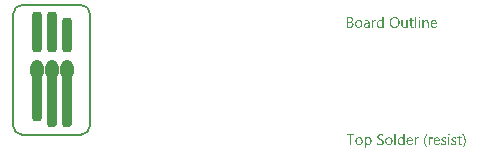
<source format=gts>
G04*
G04 #@! TF.GenerationSoftware,Altium Limited,Altium Designer,21.9.2 (33)*
G04*
G04 Layer_Color=8388736*
%FSAX25Y25*%
%MOIN*%
G70*
G04*
G04 #@! TF.SameCoordinates,076CCB32-9F76-40D1-A627-3FF0FC58CD4E*
G04*
G04*
G04 #@! TF.FilePolarity,Negative*
G04*
G01*
G75*
%ADD10C,0.00787*%
G04:AMPARAMS|DCode=11|XSize=35.43mil|YSize=188.98mil|CornerRadius=13.82mil|HoleSize=0mil|Usage=FLASHONLY|Rotation=180.000|XOffset=0mil|YOffset=0mil|HoleType=Round|Shape=RoundedRectangle|*
%AMROUNDEDRECTD11*
21,1,0.03543,0.16134,0,0,180.0*
21,1,0.00780,0.18898,0,0,180.0*
1,1,0.02764,-0.00390,0.08067*
1,1,0.02764,0.00390,0.08067*
1,1,0.02764,0.00390,-0.08067*
1,1,0.02764,-0.00390,-0.08067*
%
%ADD11ROUNDEDRECTD11*%
G04:AMPARAMS|DCode=12|XSize=35.43mil|YSize=169.29mil|CornerRadius=13.82mil|HoleSize=0mil|Usage=FLASHONLY|Rotation=180.000|XOffset=0mil|YOffset=0mil|HoleType=Round|Shape=RoundedRectangle|*
%AMROUNDEDRECTD12*
21,1,0.03543,0.14165,0,0,180.0*
21,1,0.00780,0.16929,0,0,180.0*
1,1,0.02764,-0.00390,0.07083*
1,1,0.02764,0.00390,0.07083*
1,1,0.02764,0.00390,-0.07083*
1,1,0.02764,-0.00390,-0.07083*
%
%ADD12ROUNDEDRECTD12*%
G04:AMPARAMS|DCode=13|XSize=35.43mil|YSize=135.83mil|CornerRadius=13.82mil|HoleSize=0mil|Usage=FLASHONLY|Rotation=180.000|XOffset=0mil|YOffset=0mil|HoleType=Round|Shape=RoundedRectangle|*
%AMROUNDEDRECTD13*
21,1,0.03543,0.10819,0,0,180.0*
21,1,0.00780,0.13583,0,0,180.0*
1,1,0.02764,-0.00390,0.05409*
1,1,0.02764,0.00390,0.05409*
1,1,0.02764,0.00390,-0.05409*
1,1,0.02764,-0.00390,-0.05409*
%
%ADD13ROUNDEDRECTD13*%
G04:AMPARAMS|DCode=14|XSize=35.43mil|YSize=116.14mil|CornerRadius=13.82mil|HoleSize=0mil|Usage=FLASHONLY|Rotation=180.000|XOffset=0mil|YOffset=0mil|HoleType=Round|Shape=RoundedRectangle|*
%AMROUNDEDRECTD14*
21,1,0.03543,0.08850,0,0,180.0*
21,1,0.00780,0.11614,0,0,180.0*
1,1,0.02764,-0.00390,0.04425*
1,1,0.02764,0.00390,0.04425*
1,1,0.02764,0.00390,-0.04425*
1,1,0.02764,-0.00390,-0.04425*
%
%ADD14ROUNDEDRECTD14*%
%ADD15C,0.00591*%
%ADD16O,0.04370X0.06732*%
G36*
X0122595Y0017700D02*
X0122623Y0017694D01*
X0122651Y0017684D01*
X0122682Y0017669D01*
X0122713Y0017650D01*
X0122743Y0017626D01*
X0122747Y0017623D01*
X0122756Y0017613D01*
X0122768Y0017598D01*
X0122784Y0017576D01*
X0122796Y0017548D01*
X0122808Y0017517D01*
X0122818Y0017480D01*
X0122821Y0017440D01*
Y0017434D01*
Y0017422D01*
X0122818Y0017403D01*
X0122811Y0017375D01*
X0122802Y0017348D01*
X0122787Y0017317D01*
X0122768Y0017286D01*
X0122743Y0017255D01*
X0122740Y0017252D01*
X0122731Y0017243D01*
X0122713Y0017230D01*
X0122691Y0017218D01*
X0122663Y0017205D01*
X0122632Y0017193D01*
X0122598Y0017184D01*
X0122558Y0017181D01*
X0122540D01*
X0122521Y0017184D01*
X0122493Y0017190D01*
X0122465Y0017199D01*
X0122434Y0017212D01*
X0122404Y0017227D01*
X0122373Y0017252D01*
X0122370Y0017255D01*
X0122360Y0017264D01*
X0122348Y0017283D01*
X0122336Y0017304D01*
X0122323Y0017329D01*
X0122311Y0017363D01*
X0122302Y0017400D01*
X0122299Y0017440D01*
Y0017446D01*
Y0017459D01*
X0122302Y0017480D01*
X0122308Y0017505D01*
X0122317Y0017536D01*
X0122329Y0017567D01*
X0122348Y0017598D01*
X0122373Y0017626D01*
X0122376Y0017629D01*
X0122385Y0017638D01*
X0122404Y0017650D01*
X0122425Y0017666D01*
X0122453Y0017678D01*
X0122484Y0017691D01*
X0122518Y0017700D01*
X0122558Y0017703D01*
X0122577D01*
X0122595Y0017700D01*
D02*
G37*
G36*
X0110628Y0014035D02*
X0110226D01*
Y0014458D01*
X0110217D01*
X0110213Y0014452D01*
X0110204Y0014437D01*
X0110186Y0014415D01*
X0110164Y0014384D01*
X0110133Y0014347D01*
X0110099Y0014307D01*
X0110056Y0014264D01*
X0110003Y0014217D01*
X0109948Y0014171D01*
X0109883Y0014128D01*
X0109812Y0014088D01*
X0109735Y0014051D01*
X0109651Y0014020D01*
X0109558Y0013998D01*
X0109460Y0013983D01*
X0109354Y0013976D01*
X0109333D01*
X0109308Y0013980D01*
X0109277Y0013983D01*
X0109237Y0013986D01*
X0109191Y0013995D01*
X0109138Y0014004D01*
X0109083Y0014020D01*
X0109024Y0014035D01*
X0108962Y0014060D01*
X0108900Y0014085D01*
X0108835Y0014119D01*
X0108774Y0014156D01*
X0108712Y0014202D01*
X0108653Y0014254D01*
X0108598Y0014313D01*
X0108594Y0014316D01*
X0108585Y0014329D01*
X0108573Y0014347D01*
X0108554Y0014375D01*
X0108533Y0014409D01*
X0108508Y0014449D01*
X0108483Y0014499D01*
X0108458Y0014554D01*
X0108431Y0014616D01*
X0108406Y0014684D01*
X0108381Y0014761D01*
X0108360Y0014842D01*
X0108341Y0014928D01*
X0108329Y0015024D01*
X0108319Y0015123D01*
X0108316Y0015228D01*
Y0015231D01*
Y0015234D01*
Y0015243D01*
Y0015256D01*
X0108319Y0015286D01*
X0108323Y0015330D01*
X0108326Y0015385D01*
X0108332Y0015444D01*
X0108341Y0015512D01*
X0108356Y0015586D01*
X0108372Y0015664D01*
X0108394Y0015747D01*
X0108418Y0015827D01*
X0108449Y0015914D01*
X0108483Y0015994D01*
X0108526Y0016074D01*
X0108573Y0016152D01*
X0108628Y0016226D01*
X0108632Y0016229D01*
X0108644Y0016241D01*
X0108662Y0016260D01*
X0108687Y0016285D01*
X0108718Y0016312D01*
X0108755Y0016346D01*
X0108801Y0016380D01*
X0108851Y0016414D01*
X0108910Y0016448D01*
X0108971Y0016482D01*
X0109039Y0016516D01*
X0109114Y0016544D01*
X0109194Y0016569D01*
X0109280Y0016587D01*
X0109370Y0016600D01*
X0109466Y0016603D01*
X0109487D01*
X0109515Y0016600D01*
X0109549Y0016597D01*
X0109592Y0016590D01*
X0109642Y0016581D01*
X0109694Y0016569D01*
X0109753Y0016553D01*
X0109815Y0016532D01*
X0109877Y0016504D01*
X0109939Y0016470D01*
X0110000Y0016430D01*
X0110059Y0016384D01*
X0110118Y0016331D01*
X0110170Y0016266D01*
X0110217Y0016195D01*
X0110226D01*
Y0017749D01*
X0110628D01*
Y0014035D01*
D02*
G37*
G36*
X0124842Y0016600D02*
X0124869D01*
X0124903Y0016594D01*
X0124944Y0016587D01*
X0124987Y0016581D01*
X0125033Y0016569D01*
X0125083Y0016556D01*
X0125135Y0016538D01*
X0125188Y0016516D01*
X0125240Y0016489D01*
X0125290Y0016458D01*
X0125339Y0016424D01*
X0125385Y0016380D01*
X0125429Y0016334D01*
X0125432Y0016331D01*
X0125438Y0016322D01*
X0125450Y0016306D01*
X0125463Y0016285D01*
X0125478Y0016257D01*
X0125497Y0016223D01*
X0125518Y0016183D01*
X0125540Y0016139D01*
X0125558Y0016087D01*
X0125580Y0016031D01*
X0125599Y0015966D01*
X0125614Y0015898D01*
X0125627Y0015824D01*
X0125639Y0015744D01*
X0125645Y0015660D01*
X0125648Y0015568D01*
Y0014035D01*
X0125246D01*
Y0015466D01*
Y0015469D01*
Y0015475D01*
Y0015484D01*
Y0015500D01*
X0125243Y0015518D01*
Y0015540D01*
X0125237Y0015589D01*
X0125228Y0015651D01*
X0125215Y0015719D01*
X0125197Y0015790D01*
X0125172Y0015864D01*
X0125141Y0015938D01*
X0125104Y0016010D01*
X0125058Y0016078D01*
X0124999Y0016139D01*
X0124934Y0016189D01*
X0124897Y0016210D01*
X0124854Y0016229D01*
X0124811Y0016244D01*
X0124764Y0016254D01*
X0124715Y0016260D01*
X0124662Y0016263D01*
X0124635D01*
X0124613Y0016260D01*
X0124588Y0016257D01*
X0124557Y0016251D01*
X0124523Y0016244D01*
X0124489Y0016235D01*
X0124449Y0016223D01*
X0124409Y0016207D01*
X0124369Y0016189D01*
X0124326Y0016167D01*
X0124285Y0016139D01*
X0124242Y0016108D01*
X0124202Y0016074D01*
X0124165Y0016034D01*
X0124162Y0016031D01*
X0124156Y0016025D01*
X0124146Y0016013D01*
X0124134Y0015994D01*
X0124118Y0015972D01*
X0124103Y0015945D01*
X0124084Y0015914D01*
X0124066Y0015880D01*
X0124048Y0015840D01*
X0124029Y0015796D01*
X0124013Y0015750D01*
X0123998Y0015701D01*
X0123986Y0015645D01*
X0123976Y0015589D01*
X0123970Y0015528D01*
X0123967Y0015466D01*
Y0014035D01*
X0123565D01*
Y0016544D01*
X0123967D01*
Y0016127D01*
X0123976D01*
X0123979Y0016133D01*
X0123989Y0016149D01*
X0124007Y0016170D01*
X0124029Y0016201D01*
X0124060Y0016238D01*
X0124094Y0016278D01*
X0124137Y0016322D01*
X0124187Y0016365D01*
X0124242Y0016408D01*
X0124304Y0016452D01*
X0124372Y0016492D01*
X0124443Y0016529D01*
X0124523Y0016560D01*
X0124610Y0016581D01*
X0124703Y0016597D01*
X0124801Y0016603D01*
X0124820D01*
X0124842Y0016600D01*
D02*
G37*
G36*
X0107865Y0016584D02*
X0107899D01*
X0107936Y0016578D01*
X0107976Y0016572D01*
X0108017Y0016566D01*
X0108051Y0016553D01*
Y0016136D01*
X0108044Y0016139D01*
X0108032Y0016149D01*
X0108007Y0016161D01*
X0107973Y0016176D01*
X0107927Y0016192D01*
X0107878Y0016204D01*
X0107816Y0016214D01*
X0107745Y0016217D01*
X0107720D01*
X0107701Y0016214D01*
X0107680Y0016210D01*
X0107655Y0016204D01*
X0107596Y0016186D01*
X0107562Y0016173D01*
X0107528Y0016158D01*
X0107491Y0016136D01*
X0107454Y0016115D01*
X0107420Y0016087D01*
X0107383Y0016053D01*
X0107349Y0016016D01*
X0107315Y0015972D01*
X0107312Y0015969D01*
X0107309Y0015960D01*
X0107300Y0015948D01*
X0107287Y0015929D01*
X0107275Y0015904D01*
X0107260Y0015874D01*
X0107244Y0015840D01*
X0107229Y0015800D01*
X0107213Y0015756D01*
X0107198Y0015707D01*
X0107182Y0015651D01*
X0107170Y0015592D01*
X0107158Y0015528D01*
X0107148Y0015460D01*
X0107145Y0015389D01*
X0107142Y0015311D01*
Y0014035D01*
X0106740D01*
Y0016544D01*
X0107142D01*
Y0016025D01*
X0107151D01*
Y0016028D01*
X0107154Y0016037D01*
X0107161Y0016050D01*
X0107167Y0016068D01*
X0107176Y0016090D01*
X0107188Y0016118D01*
X0107216Y0016176D01*
X0107253Y0016244D01*
X0107300Y0016312D01*
X0107352Y0016377D01*
X0107414Y0016439D01*
X0107417Y0016442D01*
X0107423Y0016445D01*
X0107432Y0016452D01*
X0107445Y0016464D01*
X0107460Y0016473D01*
X0107482Y0016486D01*
X0107528Y0016513D01*
X0107587Y0016541D01*
X0107655Y0016566D01*
X0107729Y0016581D01*
X0107769Y0016584D01*
X0107809Y0016587D01*
X0107834D01*
X0107865Y0016584D01*
D02*
G37*
G36*
X0118628Y0014035D02*
X0118226D01*
Y0014431D01*
X0118217D01*
X0118214Y0014424D01*
X0118204Y0014412D01*
X0118189Y0014387D01*
X0118170Y0014359D01*
X0118142Y0014326D01*
X0118108Y0014288D01*
X0118071Y0014245D01*
X0118025Y0014205D01*
X0117976Y0014162D01*
X0117917Y0014122D01*
X0117855Y0014081D01*
X0117784Y0014048D01*
X0117707Y0014020D01*
X0117626Y0013995D01*
X0117537Y0013983D01*
X0117441Y0013976D01*
X0117419D01*
X0117404Y0013980D01*
X0117382D01*
X0117358Y0013983D01*
X0117330Y0013989D01*
X0117302Y0013992D01*
X0117234Y0014010D01*
X0117157Y0014032D01*
X0117076Y0014066D01*
X0117036Y0014088D01*
X0116993Y0014109D01*
X0116950Y0014137D01*
X0116910Y0014165D01*
X0116869Y0014199D01*
X0116829Y0014236D01*
X0116789Y0014279D01*
X0116752Y0014322D01*
X0116718Y0014372D01*
X0116684Y0014427D01*
X0116656Y0014486D01*
X0116628Y0014548D01*
X0116604Y0014616D01*
X0116582Y0014690D01*
X0116567Y0014771D01*
X0116554Y0014854D01*
X0116548Y0014947D01*
X0116545Y0015042D01*
Y0016544D01*
X0116944D01*
Y0015107D01*
Y0015104D01*
Y0015098D01*
Y0015089D01*
Y0015073D01*
X0116947Y0015055D01*
Y0015033D01*
X0116953Y0014984D01*
X0116962Y0014922D01*
X0116974Y0014857D01*
X0116996Y0014783D01*
X0117021Y0014712D01*
X0117052Y0014638D01*
X0117092Y0014563D01*
X0117141Y0014499D01*
X0117200Y0014437D01*
X0117271Y0014387D01*
X0117308Y0014366D01*
X0117351Y0014347D01*
X0117398Y0014332D01*
X0117444Y0014322D01*
X0117497Y0014316D01*
X0117552Y0014313D01*
X0117580D01*
X0117602Y0014316D01*
X0117626Y0014319D01*
X0117654Y0014326D01*
X0117688Y0014332D01*
X0117722Y0014341D01*
X0117759Y0014350D01*
X0117799Y0014366D01*
X0117840Y0014384D01*
X0117880Y0014406D01*
X0117920Y0014431D01*
X0117960Y0014458D01*
X0117997Y0014492D01*
X0118034Y0014529D01*
X0118037Y0014533D01*
X0118044Y0014539D01*
X0118053Y0014551D01*
X0118065Y0014570D01*
X0118078Y0014591D01*
X0118096Y0014616D01*
X0118112Y0014647D01*
X0118130Y0014681D01*
X0118149Y0014721D01*
X0118164Y0014764D01*
X0118183Y0014811D01*
X0118195Y0014860D01*
X0118207Y0014916D01*
X0118217Y0014971D01*
X0118223Y0015033D01*
X0118226Y0015098D01*
Y0016544D01*
X0118628D01*
Y0014035D01*
D02*
G37*
G36*
X0122753D02*
X0122351D01*
Y0016544D01*
X0122753D01*
Y0014035D01*
D02*
G37*
G36*
X0121538D02*
X0121137D01*
Y0017749D01*
X0121538D01*
Y0014035D01*
D02*
G37*
G36*
X0105137Y0016600D02*
X0105158D01*
X0105180Y0016597D01*
X0105208Y0016594D01*
X0105239Y0016587D01*
X0105304Y0016575D01*
X0105381Y0016553D01*
X0105458Y0016526D01*
X0105542Y0016486D01*
X0105625Y0016436D01*
X0105665Y0016408D01*
X0105705Y0016374D01*
X0105742Y0016337D01*
X0105779Y0016300D01*
X0105813Y0016257D01*
X0105844Y0016207D01*
X0105875Y0016158D01*
X0105903Y0016102D01*
X0105925Y0016040D01*
X0105946Y0015976D01*
X0105962Y0015908D01*
X0105974Y0015830D01*
X0105980Y0015753D01*
X0105983Y0015667D01*
Y0014035D01*
X0105582D01*
Y0014424D01*
X0105572D01*
X0105569Y0014418D01*
X0105560Y0014406D01*
X0105545Y0014384D01*
X0105523Y0014353D01*
X0105495Y0014319D01*
X0105461Y0014282D01*
X0105424Y0014242D01*
X0105378Y0014202D01*
X0105325Y0014159D01*
X0105270Y0014119D01*
X0105205Y0014081D01*
X0105137Y0014048D01*
X0105059Y0014017D01*
X0104979Y0013995D01*
X0104893Y0013983D01*
X0104800Y0013976D01*
X0104763D01*
X0104738Y0013980D01*
X0104707Y0013983D01*
X0104670Y0013986D01*
X0104630Y0013992D01*
X0104587Y0014001D01*
X0104491Y0014026D01*
X0104445Y0014041D01*
X0104395Y0014060D01*
X0104346Y0014081D01*
X0104299Y0014109D01*
X0104256Y0014140D01*
X0104213Y0014174D01*
X0104210Y0014177D01*
X0104203Y0014183D01*
X0104194Y0014196D01*
X0104179Y0014211D01*
X0104163Y0014230D01*
X0104148Y0014254D01*
X0104126Y0014282D01*
X0104108Y0014313D01*
X0104089Y0014350D01*
X0104071Y0014390D01*
X0104052Y0014434D01*
X0104037Y0014480D01*
X0104021Y0014529D01*
X0104012Y0014582D01*
X0104006Y0014641D01*
X0104003Y0014699D01*
Y0014703D01*
Y0014709D01*
Y0014718D01*
X0104006Y0014730D01*
Y0014746D01*
X0104009Y0014764D01*
X0104015Y0014811D01*
X0104027Y0014866D01*
X0104046Y0014928D01*
X0104071Y0014996D01*
X0104108Y0015067D01*
X0104151Y0015138D01*
X0104203Y0015209D01*
X0104237Y0015243D01*
X0104271Y0015277D01*
X0104312Y0015311D01*
X0104352Y0015342D01*
X0104398Y0015373D01*
X0104448Y0015401D01*
X0104500Y0015426D01*
X0104559Y0015450D01*
X0104621Y0015472D01*
X0104685Y0015491D01*
X0104757Y0015506D01*
X0104831Y0015518D01*
X0105582Y0015623D01*
Y0015626D01*
Y0015630D01*
Y0015639D01*
Y0015651D01*
X0105578Y0015682D01*
X0105572Y0015722D01*
X0105566Y0015772D01*
X0105554Y0015827D01*
X0105538Y0015883D01*
X0105517Y0015945D01*
X0105489Y0016003D01*
X0105455Y0016062D01*
X0105415Y0016115D01*
X0105365Y0016164D01*
X0105304Y0016204D01*
X0105236Y0016235D01*
X0105199Y0016248D01*
X0105155Y0016257D01*
X0105112Y0016260D01*
X0105066Y0016263D01*
X0105044D01*
X0105022Y0016260D01*
X0104988Y0016257D01*
X0104948Y0016254D01*
X0104902Y0016248D01*
X0104849Y0016238D01*
X0104794Y0016226D01*
X0104732Y0016207D01*
X0104667Y0016189D01*
X0104599Y0016164D01*
X0104528Y0016133D01*
X0104457Y0016096D01*
X0104386Y0016056D01*
X0104315Y0016010D01*
X0104247Y0015954D01*
Y0016365D01*
X0104250Y0016368D01*
X0104262Y0016374D01*
X0104284Y0016387D01*
X0104312Y0016402D01*
X0104349Y0016421D01*
X0104389Y0016439D01*
X0104438Y0016461D01*
X0104494Y0016486D01*
X0104553Y0016507D01*
X0104618Y0016529D01*
X0104689Y0016547D01*
X0104763Y0016566D01*
X0104843Y0016581D01*
X0104923Y0016594D01*
X0105010Y0016600D01*
X0105100Y0016603D01*
X0105121D01*
X0105137Y0016600D01*
D02*
G37*
G36*
X0099501Y0017545D02*
X0099538Y0017542D01*
X0099581Y0017536D01*
X0099630Y0017530D01*
X0099686Y0017521D01*
X0099742Y0017508D01*
X0099800Y0017493D01*
X0099862Y0017474D01*
X0099921Y0017453D01*
X0099983Y0017428D01*
X0100038Y0017397D01*
X0100094Y0017363D01*
X0100146Y0017323D01*
X0100149Y0017320D01*
X0100159Y0017314D01*
X0100171Y0017301D01*
X0100187Y0017283D01*
X0100208Y0017261D01*
X0100230Y0017233D01*
X0100254Y0017202D01*
X0100279Y0017168D01*
X0100304Y0017128D01*
X0100329Y0017085D01*
X0100350Y0017036D01*
X0100372Y0016986D01*
X0100387Y0016930D01*
X0100400Y0016872D01*
X0100409Y0016810D01*
X0100412Y0016745D01*
Y0016742D01*
Y0016733D01*
Y0016717D01*
X0100409Y0016696D01*
X0100406Y0016668D01*
X0100403Y0016640D01*
X0100400Y0016606D01*
X0100393Y0016569D01*
X0100372Y0016486D01*
X0100344Y0016399D01*
X0100326Y0016353D01*
X0100304Y0016309D01*
X0100279Y0016266D01*
X0100251Y0016223D01*
X0100248Y0016220D01*
X0100245Y0016214D01*
X0100236Y0016201D01*
X0100221Y0016186D01*
X0100205Y0016170D01*
X0100187Y0016149D01*
X0100162Y0016127D01*
X0100137Y0016102D01*
X0100106Y0016078D01*
X0100072Y0016050D01*
X0100035Y0016025D01*
X0099995Y0015997D01*
X0099952Y0015972D01*
X0099908Y0015951D01*
X0099806Y0015911D01*
Y0015901D01*
X0099809D01*
X0099822Y0015898D01*
X0099840Y0015895D01*
X0099865Y0015892D01*
X0099896Y0015886D01*
X0099930Y0015877D01*
X0099970Y0015864D01*
X0100010Y0015852D01*
X0100100Y0015818D01*
X0100149Y0015796D01*
X0100196Y0015769D01*
X0100242Y0015741D01*
X0100288Y0015710D01*
X0100335Y0015673D01*
X0100375Y0015633D01*
X0100378Y0015630D01*
X0100384Y0015623D01*
X0100393Y0015611D01*
X0100409Y0015592D01*
X0100424Y0015568D01*
X0100443Y0015543D01*
X0100461Y0015509D01*
X0100483Y0015475D01*
X0100502Y0015435D01*
X0100520Y0015389D01*
X0100539Y0015342D01*
X0100554Y0015290D01*
X0100570Y0015231D01*
X0100579Y0015172D01*
X0100585Y0015110D01*
X0100588Y0015042D01*
Y0015036D01*
Y0015024D01*
X0100585Y0014999D01*
X0100582Y0014968D01*
X0100579Y0014928D01*
X0100570Y0014885D01*
X0100560Y0014835D01*
X0100548Y0014783D01*
X0100530Y0014724D01*
X0100508Y0014665D01*
X0100483Y0014607D01*
X0100452Y0014545D01*
X0100415Y0014483D01*
X0100372Y0014424D01*
X0100322Y0014369D01*
X0100264Y0014313D01*
X0100261Y0014310D01*
X0100248Y0014301D01*
X0100230Y0014288D01*
X0100205Y0014270D01*
X0100174Y0014248D01*
X0100134Y0014227D01*
X0100091Y0014199D01*
X0100041Y0014174D01*
X0099983Y0014149D01*
X0099921Y0014125D01*
X0099856Y0014100D01*
X0099782Y0014078D01*
X0099704Y0014060D01*
X0099624Y0014048D01*
X0099538Y0014038D01*
X0099448Y0014035D01*
X0098425D01*
Y0017548D01*
X0099467D01*
X0099501Y0017545D01*
D02*
G37*
G36*
X0119969Y0016544D02*
X0120602D01*
Y0016198D01*
X0119969D01*
Y0014786D01*
Y0014783D01*
Y0014774D01*
Y0014761D01*
Y0014746D01*
X0119972Y0014724D01*
X0119975Y0014699D01*
X0119981Y0014647D01*
X0119990Y0014585D01*
X0120006Y0014526D01*
X0120027Y0014471D01*
X0120040Y0014446D01*
X0120055Y0014424D01*
X0120058Y0014421D01*
X0120071Y0014409D01*
X0120092Y0014390D01*
X0120123Y0014372D01*
X0120163Y0014350D01*
X0120213Y0014335D01*
X0120272Y0014322D01*
X0120340Y0014316D01*
X0120364D01*
X0120392Y0014319D01*
X0120429Y0014326D01*
X0120469Y0014338D01*
X0120516Y0014350D01*
X0120559Y0014372D01*
X0120602Y0014400D01*
Y0014057D01*
X0120599D01*
X0120596Y0014054D01*
X0120587Y0014051D01*
X0120577Y0014044D01*
X0120543Y0014032D01*
X0120503Y0014020D01*
X0120448Y0014007D01*
X0120383Y0013995D01*
X0120309Y0013986D01*
X0120225Y0013983D01*
X0120197D01*
X0120163Y0013989D01*
X0120123Y0013995D01*
X0120074Y0014004D01*
X0120018Y0014023D01*
X0119956Y0014044D01*
X0119898Y0014075D01*
X0119836Y0014112D01*
X0119774Y0014162D01*
X0119718Y0014220D01*
X0119694Y0014254D01*
X0119669Y0014292D01*
X0119647Y0014332D01*
X0119629Y0014375D01*
X0119610Y0014421D01*
X0119595Y0014474D01*
X0119582Y0014526D01*
X0119573Y0014585D01*
X0119570Y0014647D01*
X0119567Y0014715D01*
Y0016198D01*
X0119138D01*
Y0016544D01*
X0119567D01*
Y0017156D01*
X0119969Y0017286D01*
Y0016544D01*
D02*
G37*
G36*
X0127437Y0016600D02*
X0127471Y0016597D01*
X0127515Y0016594D01*
X0127561Y0016587D01*
X0127613Y0016575D01*
X0127669Y0016563D01*
X0127731Y0016547D01*
X0127793Y0016526D01*
X0127854Y0016498D01*
X0127919Y0016467D01*
X0127981Y0016430D01*
X0128040Y0016387D01*
X0128098Y0016337D01*
X0128151Y0016282D01*
X0128154Y0016278D01*
X0128163Y0016266D01*
X0128176Y0016248D01*
X0128194Y0016223D01*
X0128213Y0016192D01*
X0128237Y0016152D01*
X0128262Y0016105D01*
X0128287Y0016053D01*
X0128312Y0015991D01*
X0128336Y0015926D01*
X0128361Y0015852D01*
X0128380Y0015775D01*
X0128398Y0015688D01*
X0128410Y0015599D01*
X0128420Y0015500D01*
X0128423Y0015398D01*
Y0015188D01*
X0126649D01*
Y0015181D01*
Y0015169D01*
X0126652Y0015147D01*
X0126655Y0015120D01*
X0126658Y0015083D01*
X0126665Y0015042D01*
X0126671Y0014999D01*
X0126683Y0014950D01*
X0126711Y0014845D01*
X0126730Y0014792D01*
X0126751Y0014737D01*
X0126776Y0014684D01*
X0126804Y0014631D01*
X0126838Y0014585D01*
X0126875Y0014539D01*
X0126878Y0014536D01*
X0126884Y0014529D01*
X0126897Y0014517D01*
X0126915Y0014505D01*
X0126937Y0014486D01*
X0126964Y0014468D01*
X0126995Y0014446D01*
X0127029Y0014427D01*
X0127069Y0014406D01*
X0127116Y0014384D01*
X0127162Y0014366D01*
X0127218Y0014347D01*
X0127273Y0014335D01*
X0127335Y0014322D01*
X0127400Y0014316D01*
X0127468Y0014313D01*
X0127487D01*
X0127508Y0014316D01*
X0127539D01*
X0127576Y0014322D01*
X0127620Y0014329D01*
X0127669Y0014338D01*
X0127725Y0014347D01*
X0127783Y0014363D01*
X0127845Y0014381D01*
X0127910Y0014403D01*
X0127975Y0014431D01*
X0128043Y0014461D01*
X0128111Y0014499D01*
X0128179Y0014542D01*
X0128247Y0014591D01*
Y0014214D01*
X0128244Y0014211D01*
X0128231Y0014205D01*
X0128213Y0014193D01*
X0128188Y0014177D01*
X0128154Y0014159D01*
X0128114Y0014140D01*
X0128068Y0014119D01*
X0128015Y0014097D01*
X0127953Y0014072D01*
X0127888Y0014051D01*
X0127817Y0014032D01*
X0127740Y0014014D01*
X0127657Y0013998D01*
X0127567Y0013986D01*
X0127471Y0013980D01*
X0127372Y0013976D01*
X0127348D01*
X0127323Y0013980D01*
X0127286Y0013983D01*
X0127239Y0013986D01*
X0127187Y0013995D01*
X0127131Y0014004D01*
X0127069Y0014020D01*
X0127005Y0014038D01*
X0126937Y0014060D01*
X0126866Y0014088D01*
X0126798Y0014119D01*
X0126726Y0014159D01*
X0126662Y0014205D01*
X0126597Y0014258D01*
X0126538Y0014316D01*
X0126535Y0014319D01*
X0126526Y0014332D01*
X0126510Y0014353D01*
X0126492Y0014381D01*
X0126467Y0014415D01*
X0126442Y0014458D01*
X0126414Y0014508D01*
X0126387Y0014567D01*
X0126359Y0014628D01*
X0126331Y0014703D01*
X0126306Y0014780D01*
X0126281Y0014866D01*
X0126263Y0014959D01*
X0126248Y0015058D01*
X0126238Y0015166D01*
X0126235Y0015277D01*
Y0015280D01*
Y0015283D01*
Y0015293D01*
Y0015302D01*
X0126238Y0015333D01*
X0126241Y0015376D01*
X0126244Y0015426D01*
X0126254Y0015481D01*
X0126263Y0015546D01*
X0126275Y0015617D01*
X0126294Y0015691D01*
X0126315Y0015769D01*
X0126343Y0015849D01*
X0126374Y0015929D01*
X0126411Y0016006D01*
X0126458Y0016087D01*
X0126507Y0016161D01*
X0126566Y0016232D01*
X0126569Y0016235D01*
X0126581Y0016248D01*
X0126600Y0016266D01*
X0126625Y0016291D01*
X0126658Y0016319D01*
X0126699Y0016350D01*
X0126742Y0016384D01*
X0126795Y0016418D01*
X0126850Y0016452D01*
X0126915Y0016486D01*
X0126983Y0016516D01*
X0127054Y0016544D01*
X0127131Y0016569D01*
X0127215Y0016587D01*
X0127301Y0016600D01*
X0127391Y0016603D01*
X0127412D01*
X0127437Y0016600D01*
D02*
G37*
G36*
X0114394Y0017604D02*
X0114416D01*
X0114438Y0017601D01*
X0114465D01*
X0114527Y0017592D01*
X0114598Y0017582D01*
X0114679Y0017567D01*
X0114765Y0017545D01*
X0114855Y0017521D01*
X0114951Y0017487D01*
X0115046Y0017446D01*
X0115145Y0017400D01*
X0115244Y0017345D01*
X0115337Y0017280D01*
X0115429Y0017202D01*
X0115516Y0017116D01*
X0115522Y0017110D01*
X0115534Y0017094D01*
X0115556Y0017066D01*
X0115587Y0017026D01*
X0115618Y0016977D01*
X0115658Y0016918D01*
X0115698Y0016850D01*
X0115738Y0016773D01*
X0115779Y0016683D01*
X0115819Y0016587D01*
X0115859Y0016482D01*
X0115893Y0016368D01*
X0115921Y0016244D01*
X0115942Y0016115D01*
X0115955Y0015979D01*
X0115961Y0015834D01*
Y0015830D01*
Y0015824D01*
Y0015812D01*
Y0015796D01*
X0115958Y0015775D01*
Y0015750D01*
X0115955Y0015722D01*
Y0015691D01*
X0115952Y0015657D01*
X0115949Y0015620D01*
X0115936Y0015537D01*
X0115924Y0015441D01*
X0115905Y0015342D01*
X0115881Y0015234D01*
X0115850Y0015123D01*
X0115813Y0015011D01*
X0115769Y0014897D01*
X0115717Y0014786D01*
X0115655Y0014675D01*
X0115584Y0014573D01*
X0115504Y0014474D01*
X0115497Y0014468D01*
X0115482Y0014452D01*
X0115457Y0014427D01*
X0115420Y0014397D01*
X0115374Y0014359D01*
X0115318Y0014316D01*
X0115256Y0014273D01*
X0115182Y0014227D01*
X0115099Y0014180D01*
X0115006Y0014134D01*
X0114907Y0014091D01*
X0114799Y0014054D01*
X0114682Y0014023D01*
X0114558Y0013998D01*
X0114425Y0013983D01*
X0114286Y0013976D01*
X0114252D01*
X0114237Y0013980D01*
X0114215D01*
X0114190Y0013983D01*
X0114163Y0013986D01*
X0114098Y0013992D01*
X0114027Y0014001D01*
X0113943Y0014017D01*
X0113857Y0014038D01*
X0113761Y0014063D01*
X0113665Y0014097D01*
X0113566Y0014137D01*
X0113464Y0014183D01*
X0113365Y0014239D01*
X0113270Y0014307D01*
X0113174Y0014381D01*
X0113087Y0014468D01*
X0113081Y0014474D01*
X0113069Y0014489D01*
X0113047Y0014517D01*
X0113016Y0014557D01*
X0112982Y0014607D01*
X0112945Y0014665D01*
X0112905Y0014733D01*
X0112865Y0014814D01*
X0112821Y0014900D01*
X0112781Y0014996D01*
X0112744Y0015101D01*
X0112710Y0015215D01*
X0112679Y0015339D01*
X0112658Y0015469D01*
X0112645Y0015605D01*
X0112639Y0015750D01*
Y0015753D01*
Y0015759D01*
Y0015772D01*
Y0015787D01*
X0112642Y0015809D01*
Y0015830D01*
X0112645Y0015858D01*
Y0015889D01*
X0112648Y0015923D01*
X0112655Y0015963D01*
X0112664Y0016044D01*
X0112676Y0016136D01*
X0112698Y0016235D01*
X0112720Y0016343D01*
X0112750Y0016452D01*
X0112787Y0016563D01*
X0112831Y0016677D01*
X0112883Y0016788D01*
X0112945Y0016896D01*
X0113016Y0017002D01*
X0113096Y0017100D01*
X0113103Y0017107D01*
X0113118Y0017122D01*
X0113143Y0017147D01*
X0113180Y0017181D01*
X0113226Y0017218D01*
X0113285Y0017261D01*
X0113350Y0017307D01*
X0113424Y0017354D01*
X0113511Y0017400D01*
X0113603Y0017446D01*
X0113705Y0017490D01*
X0113816Y0017527D01*
X0113937Y0017561D01*
X0114064Y0017585D01*
X0114200Y0017601D01*
X0114345Y0017607D01*
X0114376D01*
X0114394Y0017604D01*
D02*
G37*
G36*
X0102408Y0016600D02*
X0102448Y0016597D01*
X0102495Y0016594D01*
X0102550Y0016584D01*
X0102609Y0016575D01*
X0102674Y0016560D01*
X0102745Y0016541D01*
X0102816Y0016520D01*
X0102887Y0016492D01*
X0102961Y0016458D01*
X0103032Y0016418D01*
X0103103Y0016371D01*
X0103168Y0016319D01*
X0103230Y0016257D01*
X0103233Y0016254D01*
X0103243Y0016241D01*
X0103258Y0016220D01*
X0103280Y0016192D01*
X0103304Y0016158D01*
X0103329Y0016115D01*
X0103360Y0016065D01*
X0103388Y0016006D01*
X0103419Y0015942D01*
X0103446Y0015871D01*
X0103471Y0015793D01*
X0103496Y0015707D01*
X0103517Y0015614D01*
X0103533Y0015515D01*
X0103542Y0015410D01*
X0103545Y0015299D01*
Y0015296D01*
Y0015293D01*
Y0015283D01*
Y0015271D01*
X0103542Y0015240D01*
X0103539Y0015200D01*
X0103536Y0015147D01*
X0103527Y0015089D01*
X0103517Y0015024D01*
X0103502Y0014953D01*
X0103483Y0014879D01*
X0103462Y0014798D01*
X0103434Y0014718D01*
X0103403Y0014638D01*
X0103363Y0014557D01*
X0103317Y0014480D01*
X0103264Y0014406D01*
X0103205Y0014335D01*
X0103202Y0014332D01*
X0103190Y0014319D01*
X0103171Y0014301D01*
X0103144Y0014279D01*
X0103110Y0014251D01*
X0103069Y0014220D01*
X0103020Y0014190D01*
X0102964Y0014156D01*
X0102903Y0014122D01*
X0102835Y0014091D01*
X0102761Y0014060D01*
X0102680Y0014032D01*
X0102591Y0014010D01*
X0102498Y0013992D01*
X0102402Y0013980D01*
X0102297Y0013976D01*
X0102272D01*
X0102244Y0013980D01*
X0102204Y0013983D01*
X0102158Y0013986D01*
X0102102Y0013995D01*
X0102044Y0014004D01*
X0101979Y0014020D01*
X0101908Y0014038D01*
X0101837Y0014063D01*
X0101762Y0014091D01*
X0101688Y0014125D01*
X0101614Y0014165D01*
X0101540Y0014211D01*
X0101472Y0014264D01*
X0101407Y0014326D01*
X0101404Y0014329D01*
X0101392Y0014341D01*
X0101376Y0014363D01*
X0101355Y0014390D01*
X0101330Y0014424D01*
X0101302Y0014468D01*
X0101274Y0014517D01*
X0101243Y0014576D01*
X0101212Y0014638D01*
X0101181Y0014709D01*
X0101154Y0014786D01*
X0101129Y0014869D01*
X0101107Y0014956D01*
X0101092Y0015052D01*
X0101079Y0015154D01*
X0101076Y0015259D01*
Y0015262D01*
Y0015265D01*
Y0015274D01*
Y0015286D01*
X0101079Y0015321D01*
X0101083Y0015364D01*
X0101086Y0015416D01*
X0101095Y0015478D01*
X0101104Y0015546D01*
X0101120Y0015620D01*
X0101138Y0015698D01*
X0101160Y0015778D01*
X0101188Y0015861D01*
X0101222Y0015945D01*
X0101262Y0016025D01*
X0101305Y0016102D01*
X0101358Y0016176D01*
X0101419Y0016248D01*
X0101423Y0016251D01*
X0101435Y0016263D01*
X0101456Y0016282D01*
X0101484Y0016303D01*
X0101518Y0016331D01*
X0101561Y0016359D01*
X0101611Y0016393D01*
X0101667Y0016427D01*
X0101728Y0016458D01*
X0101799Y0016492D01*
X0101877Y0016520D01*
X0101960Y0016547D01*
X0102050Y0016569D01*
X0102146Y0016587D01*
X0102248Y0016600D01*
X0102356Y0016603D01*
X0102380D01*
X0102408Y0016600D01*
D02*
G37*
G36*
X0132406Y-0021364D02*
X0132434Y-0021370D01*
X0132462Y-0021379D01*
X0132492Y-0021395D01*
X0132523Y-0021413D01*
X0132554Y-0021438D01*
X0132557Y-0021441D01*
X0132567Y-0021450D01*
X0132579Y-0021466D01*
X0132594Y-0021487D01*
X0132607Y-0021515D01*
X0132619Y-0021546D01*
X0132628Y-0021583D01*
X0132632Y-0021623D01*
Y-0021630D01*
Y-0021642D01*
X0132628Y-0021660D01*
X0132622Y-0021688D01*
X0132613Y-0021716D01*
X0132597Y-0021747D01*
X0132579Y-0021778D01*
X0132554Y-0021809D01*
X0132551Y-0021812D01*
X0132542Y-0021821D01*
X0132523Y-0021834D01*
X0132502Y-0021846D01*
X0132474Y-0021858D01*
X0132443Y-0021871D01*
X0132409Y-0021880D01*
X0132369Y-0021883D01*
X0132350D01*
X0132332Y-0021880D01*
X0132304Y-0021874D01*
X0132276Y-0021864D01*
X0132245Y-0021852D01*
X0132214Y-0021837D01*
X0132183Y-0021812D01*
X0132180Y-0021809D01*
X0132171Y-0021800D01*
X0132159Y-0021781D01*
X0132146Y-0021759D01*
X0132134Y-0021735D01*
X0132122Y-0021701D01*
X0132112Y-0021664D01*
X0132109Y-0021623D01*
Y-0021617D01*
Y-0021605D01*
X0132112Y-0021583D01*
X0132119Y-0021558D01*
X0132128Y-0021528D01*
X0132140Y-0021497D01*
X0132159Y-0021466D01*
X0132183Y-0021438D01*
X0132186Y-0021435D01*
X0132196Y-0021426D01*
X0132214Y-0021413D01*
X0132236Y-0021398D01*
X0132264Y-0021385D01*
X0132295Y-0021373D01*
X0132329Y-0021364D01*
X0132369Y-0021361D01*
X0132387D01*
X0132406Y-0021364D01*
D02*
G37*
G36*
X0109827Y-0021460D02*
X0109871D01*
X0109920Y-0021463D01*
X0109976Y-0021466D01*
X0110034Y-0021472D01*
X0110158Y-0021487D01*
X0110282Y-0021509D01*
X0110343Y-0021524D01*
X0110399Y-0021540D01*
X0110455Y-0021562D01*
X0110501Y-0021583D01*
Y-0022047D01*
X0110498Y-0022044D01*
X0110485Y-0022037D01*
X0110470Y-0022028D01*
X0110445Y-0022013D01*
X0110414Y-0021997D01*
X0110377Y-0021979D01*
X0110334Y-0021957D01*
X0110285Y-0021938D01*
X0110229Y-0021917D01*
X0110167Y-0021898D01*
X0110102Y-0021880D01*
X0110031Y-0021864D01*
X0109957Y-0021849D01*
X0109877Y-0021840D01*
X0109790Y-0021834D01*
X0109701Y-0021830D01*
X0109651D01*
X0109617Y-0021834D01*
X0109577Y-0021837D01*
X0109531Y-0021843D01*
X0109481Y-0021849D01*
X0109432Y-0021858D01*
X0109426D01*
X0109410Y-0021864D01*
X0109385Y-0021871D01*
X0109351Y-0021880D01*
X0109314Y-0021892D01*
X0109274Y-0021908D01*
X0109231Y-0021929D01*
X0109191Y-0021951D01*
X0109188Y-0021954D01*
X0109172Y-0021963D01*
X0109154Y-0021976D01*
X0109129Y-0021994D01*
X0109104Y-0022019D01*
X0109073Y-0022047D01*
X0109046Y-0022078D01*
X0109021Y-0022115D01*
X0109018Y-0022118D01*
X0109011Y-0022133D01*
X0108999Y-0022155D01*
X0108990Y-0022183D01*
X0108977Y-0022217D01*
X0108965Y-0022260D01*
X0108959Y-0022306D01*
X0108956Y-0022359D01*
Y-0022365D01*
Y-0022380D01*
X0108959Y-0022408D01*
X0108962Y-0022439D01*
X0108968Y-0022476D01*
X0108977Y-0022516D01*
X0108990Y-0022557D01*
X0109005Y-0022594D01*
X0109008Y-0022597D01*
X0109015Y-0022609D01*
X0109027Y-0022628D01*
X0109042Y-0022652D01*
X0109064Y-0022680D01*
X0109089Y-0022711D01*
X0109120Y-0022742D01*
X0109154Y-0022773D01*
X0109157Y-0022776D01*
X0109172Y-0022785D01*
X0109194Y-0022804D01*
X0109222Y-0022822D01*
X0109256Y-0022847D01*
X0109296Y-0022872D01*
X0109342Y-0022903D01*
X0109392Y-0022930D01*
X0109395D01*
X0109398Y-0022933D01*
X0109416Y-0022943D01*
X0109447Y-0022958D01*
X0109484Y-0022980D01*
X0109534Y-0023001D01*
X0109589Y-0023029D01*
X0109651Y-0023060D01*
X0109716Y-0023094D01*
X0109719D01*
X0109725Y-0023097D01*
X0109735Y-0023103D01*
X0109747Y-0023110D01*
X0109766Y-0023119D01*
X0109784Y-0023128D01*
X0109830Y-0023153D01*
X0109886Y-0023184D01*
X0109948Y-0023218D01*
X0110010Y-0023252D01*
X0110074Y-0023292D01*
X0110078D01*
X0110081Y-0023295D01*
X0110090Y-0023301D01*
X0110102Y-0023311D01*
X0110136Y-0023332D01*
X0110177Y-0023360D01*
X0110223Y-0023394D01*
X0110272Y-0023431D01*
X0110322Y-0023474D01*
X0110371Y-0023521D01*
X0110377Y-0023527D01*
X0110393Y-0023542D01*
X0110414Y-0023567D01*
X0110445Y-0023601D01*
X0110476Y-0023641D01*
X0110510Y-0023687D01*
X0110541Y-0023740D01*
X0110572Y-0023796D01*
Y-0023799D01*
X0110575Y-0023802D01*
X0110578Y-0023811D01*
X0110584Y-0023823D01*
X0110597Y-0023854D01*
X0110612Y-0023895D01*
X0110625Y-0023947D01*
X0110637Y-0024006D01*
X0110646Y-0024071D01*
X0110649Y-0024142D01*
Y-0024145D01*
Y-0024154D01*
Y-0024166D01*
Y-0024185D01*
X0110646Y-0024207D01*
X0110643Y-0024234D01*
X0110640Y-0024262D01*
X0110637Y-0024293D01*
X0110625Y-0024364D01*
X0110606Y-0024438D01*
X0110581Y-0024512D01*
X0110547Y-0024584D01*
Y-0024587D01*
X0110544Y-0024593D01*
X0110538Y-0024602D01*
X0110529Y-0024614D01*
X0110507Y-0024645D01*
X0110476Y-0024689D01*
X0110436Y-0024735D01*
X0110390Y-0024784D01*
X0110334Y-0024831D01*
X0110272Y-0024877D01*
X0110269D01*
X0110263Y-0024883D01*
X0110254Y-0024886D01*
X0110241Y-0024896D01*
X0110226Y-0024905D01*
X0110204Y-0024914D01*
X0110158Y-0024939D01*
X0110099Y-0024964D01*
X0110031Y-0024992D01*
X0109957Y-0025016D01*
X0109874Y-0025038D01*
X0109871D01*
X0109864Y-0025041D01*
X0109852D01*
X0109834Y-0025044D01*
X0109815Y-0025050D01*
X0109790Y-0025053D01*
X0109762Y-0025056D01*
X0109728Y-0025063D01*
X0109657Y-0025072D01*
X0109577Y-0025078D01*
X0109491Y-0025084D01*
X0109398Y-0025087D01*
X0109364D01*
X0109342Y-0025084D01*
X0109311D01*
X0109274Y-0025081D01*
X0109234Y-0025078D01*
X0109191Y-0025072D01*
X0109185D01*
X0109169Y-0025069D01*
X0109144Y-0025066D01*
X0109114Y-0025063D01*
X0109076Y-0025056D01*
X0109033Y-0025050D01*
X0108990Y-0025044D01*
X0108940Y-0025035D01*
X0108934D01*
X0108919Y-0025032D01*
X0108894Y-0025025D01*
X0108863Y-0025016D01*
X0108826Y-0025010D01*
X0108786Y-0024998D01*
X0108699Y-0024973D01*
X0108693Y-0024970D01*
X0108681Y-0024967D01*
X0108659Y-0024958D01*
X0108634Y-0024948D01*
X0108607Y-0024936D01*
X0108576Y-0024920D01*
X0108545Y-0024905D01*
X0108517Y-0024886D01*
Y-0024401D01*
X0108520Y-0024404D01*
X0108533Y-0024414D01*
X0108551Y-0024429D01*
X0108573Y-0024444D01*
X0108604Y-0024466D01*
X0108638Y-0024488D01*
X0108675Y-0024512D01*
X0108718Y-0024534D01*
X0108724Y-0024537D01*
X0108740Y-0024543D01*
X0108761Y-0024556D01*
X0108792Y-0024568D01*
X0108829Y-0024584D01*
X0108869Y-0024602D01*
X0108916Y-0024621D01*
X0108962Y-0024636D01*
X0108968Y-0024639D01*
X0108984Y-0024642D01*
X0109011Y-0024648D01*
X0109042Y-0024658D01*
X0109083Y-0024670D01*
X0109126Y-0024679D01*
X0109222Y-0024698D01*
X0109228D01*
X0109243Y-0024701D01*
X0109268Y-0024704D01*
X0109302Y-0024707D01*
X0109339Y-0024713D01*
X0109379Y-0024716D01*
X0109463Y-0024720D01*
X0109500D01*
X0109525Y-0024716D01*
X0109555D01*
X0109592Y-0024713D01*
X0109633Y-0024707D01*
X0109676Y-0024701D01*
X0109769Y-0024686D01*
X0109861Y-0024661D01*
X0109951Y-0024627D01*
X0109991Y-0024605D01*
X0110028Y-0024580D01*
X0110031Y-0024577D01*
X0110037Y-0024574D01*
X0110047Y-0024565D01*
X0110059Y-0024553D01*
X0110071Y-0024540D01*
X0110087Y-0024522D01*
X0110105Y-0024500D01*
X0110124Y-0024475D01*
X0110139Y-0024448D01*
X0110158Y-0024420D01*
X0110189Y-0024349D01*
X0110198Y-0024309D01*
X0110207Y-0024265D01*
X0110213Y-0024222D01*
X0110217Y-0024173D01*
Y-0024170D01*
Y-0024166D01*
Y-0024148D01*
X0110213Y-0024123D01*
X0110210Y-0024089D01*
X0110201Y-0024049D01*
X0110192Y-0024009D01*
X0110177Y-0023966D01*
X0110155Y-0023925D01*
X0110152Y-0023919D01*
X0110143Y-0023907D01*
X0110130Y-0023888D01*
X0110112Y-0023860D01*
X0110087Y-0023833D01*
X0110056Y-0023799D01*
X0110022Y-0023768D01*
X0109982Y-0023734D01*
X0109976Y-0023731D01*
X0109963Y-0023718D01*
X0109939Y-0023700D01*
X0109908Y-0023678D01*
X0109868Y-0023653D01*
X0109824Y-0023626D01*
X0109775Y-0023595D01*
X0109719Y-0023567D01*
X0109716D01*
X0109713Y-0023564D01*
X0109704Y-0023558D01*
X0109694Y-0023551D01*
X0109663Y-0023536D01*
X0109623Y-0023514D01*
X0109574Y-0023490D01*
X0109518Y-0023462D01*
X0109460Y-0023431D01*
X0109395Y-0023397D01*
X0109392D01*
X0109385Y-0023394D01*
X0109376Y-0023388D01*
X0109364Y-0023382D01*
X0109330Y-0023363D01*
X0109283Y-0023338D01*
X0109231Y-0023311D01*
X0109172Y-0023280D01*
X0109052Y-0023209D01*
X0109049D01*
X0109046Y-0023205D01*
X0109036Y-0023199D01*
X0109024Y-0023193D01*
X0108996Y-0023171D01*
X0108959Y-0023147D01*
X0108916Y-0023116D01*
X0108869Y-0023079D01*
X0108823Y-0023042D01*
X0108777Y-0022998D01*
X0108771Y-0022992D01*
X0108758Y-0022977D01*
X0108737Y-0022955D01*
X0108709Y-0022924D01*
X0108681Y-0022884D01*
X0108650Y-0022841D01*
X0108619Y-0022791D01*
X0108591Y-0022739D01*
Y-0022736D01*
X0108588Y-0022733D01*
X0108585Y-0022723D01*
X0108582Y-0022711D01*
X0108570Y-0022680D01*
X0108557Y-0022640D01*
X0108545Y-0022591D01*
X0108533Y-0022532D01*
X0108526Y-0022467D01*
X0108523Y-0022396D01*
Y-0022393D01*
Y-0022387D01*
Y-0022371D01*
X0108526Y-0022356D01*
Y-0022334D01*
X0108529Y-0022309D01*
X0108536Y-0022254D01*
X0108548Y-0022189D01*
X0108567Y-0022118D01*
X0108594Y-0022047D01*
X0108628Y-0021979D01*
Y-0021976D01*
X0108634Y-0021969D01*
X0108641Y-0021960D01*
X0108647Y-0021948D01*
X0108672Y-0021917D01*
X0108703Y-0021874D01*
X0108743Y-0021827D01*
X0108789Y-0021778D01*
X0108842Y-0021732D01*
X0108903Y-0021685D01*
X0108906D01*
X0108913Y-0021679D01*
X0108922Y-0021673D01*
X0108934Y-0021667D01*
X0108950Y-0021657D01*
X0108968Y-0021645D01*
X0109018Y-0021620D01*
X0109076Y-0021592D01*
X0109141Y-0021565D01*
X0109215Y-0021537D01*
X0109296Y-0021515D01*
X0109299D01*
X0109305Y-0021512D01*
X0109317Y-0021509D01*
X0109333Y-0021506D01*
X0109354Y-0021503D01*
X0109376Y-0021497D01*
X0109404Y-0021490D01*
X0109435Y-0021484D01*
X0109503Y-0021475D01*
X0109577Y-0021466D01*
X0109660Y-0021460D01*
X0109744Y-0021456D01*
X0109793D01*
X0109827Y-0021460D01*
D02*
G37*
G36*
X0117593Y-0025028D02*
X0117191D01*
Y-0024605D01*
X0117182D01*
X0117178Y-0024611D01*
X0117169Y-0024627D01*
X0117151Y-0024648D01*
X0117129Y-0024679D01*
X0117098Y-0024716D01*
X0117064Y-0024757D01*
X0117021Y-0024800D01*
X0116968Y-0024846D01*
X0116913Y-0024893D01*
X0116848Y-0024936D01*
X0116777Y-0024976D01*
X0116700Y-0025013D01*
X0116616Y-0025044D01*
X0116523Y-0025066D01*
X0116424Y-0025081D01*
X0116319Y-0025087D01*
X0116298D01*
X0116273Y-0025084D01*
X0116242Y-0025081D01*
X0116202Y-0025078D01*
X0116156Y-0025069D01*
X0116103Y-0025059D01*
X0116048Y-0025044D01*
X0115989Y-0025028D01*
X0115927Y-0025004D01*
X0115865Y-0024979D01*
X0115800Y-0024945D01*
X0115738Y-0024908D01*
X0115677Y-0024862D01*
X0115618Y-0024809D01*
X0115562Y-0024750D01*
X0115559Y-0024747D01*
X0115550Y-0024735D01*
X0115538Y-0024716D01*
X0115519Y-0024689D01*
X0115497Y-0024655D01*
X0115473Y-0024614D01*
X0115448Y-0024565D01*
X0115423Y-0024509D01*
X0115395Y-0024448D01*
X0115371Y-0024380D01*
X0115346Y-0024302D01*
X0115324Y-0024222D01*
X0115306Y-0024136D01*
X0115294Y-0024040D01*
X0115284Y-0023941D01*
X0115281Y-0023836D01*
Y-0023833D01*
Y-0023830D01*
Y-0023820D01*
Y-0023808D01*
X0115284Y-0023777D01*
X0115287Y-0023734D01*
X0115290Y-0023678D01*
X0115297Y-0023619D01*
X0115306Y-0023551D01*
X0115321Y-0023477D01*
X0115337Y-0023400D01*
X0115358Y-0023317D01*
X0115383Y-0023236D01*
X0115414Y-0023150D01*
X0115448Y-0023069D01*
X0115491Y-0022989D01*
X0115538Y-0022912D01*
X0115593Y-0022838D01*
X0115596Y-0022835D01*
X0115609Y-0022822D01*
X0115627Y-0022804D01*
X0115652Y-0022779D01*
X0115683Y-0022751D01*
X0115720Y-0022717D01*
X0115766Y-0022683D01*
X0115816Y-0022649D01*
X0115874Y-0022615D01*
X0115936Y-0022581D01*
X0116004Y-0022547D01*
X0116078Y-0022520D01*
X0116159Y-0022495D01*
X0116245Y-0022476D01*
X0116335Y-0022464D01*
X0116431Y-0022461D01*
X0116452D01*
X0116480Y-0022464D01*
X0116514Y-0022467D01*
X0116557Y-0022473D01*
X0116607Y-0022482D01*
X0116659Y-0022495D01*
X0116718Y-0022510D01*
X0116780Y-0022532D01*
X0116842Y-0022560D01*
X0116903Y-0022594D01*
X0116965Y-0022634D01*
X0117024Y-0022680D01*
X0117083Y-0022733D01*
X0117135Y-0022798D01*
X0117182Y-0022869D01*
X0117191D01*
Y-0021314D01*
X0117593D01*
Y-0025028D01*
D02*
G37*
G36*
X0105628Y-0022464D02*
X0105662Y-0022467D01*
X0105702Y-0022470D01*
X0105748Y-0022479D01*
X0105801Y-0022489D01*
X0105860Y-0022504D01*
X0105918Y-0022523D01*
X0105980Y-0022544D01*
X0106042Y-0022572D01*
X0106107Y-0022603D01*
X0106169Y-0022643D01*
X0106227Y-0022689D01*
X0106286Y-0022742D01*
X0106339Y-0022801D01*
X0106342Y-0022804D01*
X0106351Y-0022816D01*
X0106363Y-0022835D01*
X0106382Y-0022862D01*
X0106401Y-0022896D01*
X0106425Y-0022937D01*
X0106450Y-0022986D01*
X0106475Y-0023039D01*
X0106499Y-0023100D01*
X0106524Y-0023168D01*
X0106549Y-0023243D01*
X0106567Y-0023323D01*
X0106586Y-0023409D01*
X0106598Y-0023502D01*
X0106607Y-0023601D01*
X0106611Y-0023703D01*
Y-0023706D01*
Y-0023709D01*
Y-0023718D01*
Y-0023731D01*
X0106607Y-0023765D01*
X0106604Y-0023808D01*
X0106601Y-0023860D01*
X0106595Y-0023922D01*
X0106586Y-0023990D01*
X0106573Y-0024064D01*
X0106555Y-0024142D01*
X0106536Y-0024225D01*
X0106512Y-0024309D01*
X0106481Y-0024392D01*
X0106447Y-0024475D01*
X0106407Y-0024559D01*
X0106357Y-0024636D01*
X0106305Y-0024710D01*
X0106302Y-0024713D01*
X0106289Y-0024726D01*
X0106274Y-0024744D01*
X0106249Y-0024769D01*
X0106218Y-0024797D01*
X0106181Y-0024831D01*
X0106135Y-0024865D01*
X0106085Y-0024899D01*
X0106030Y-0024933D01*
X0105965Y-0024967D01*
X0105897Y-0025001D01*
X0105823Y-0025028D01*
X0105742Y-0025053D01*
X0105656Y-0025072D01*
X0105563Y-0025084D01*
X0105467Y-0025087D01*
X0105446D01*
X0105421Y-0025084D01*
X0105387Y-0025081D01*
X0105347Y-0025075D01*
X0105300Y-0025066D01*
X0105248Y-0025053D01*
X0105189Y-0025035D01*
X0105131Y-0025013D01*
X0105069Y-0024985D01*
X0105007Y-0024951D01*
X0104942Y-0024911D01*
X0104880Y-0024862D01*
X0104822Y-0024806D01*
X0104766Y-0024741D01*
X0104713Y-0024667D01*
X0104704D01*
Y-0026181D01*
X0104302D01*
Y-0022520D01*
X0104704D01*
Y-0022961D01*
X0104713D01*
X0104716Y-0022955D01*
X0104729Y-0022940D01*
X0104744Y-0022915D01*
X0104769Y-0022884D01*
X0104800Y-0022844D01*
X0104837Y-0022804D01*
X0104883Y-0022757D01*
X0104933Y-0022711D01*
X0104991Y-0022665D01*
X0105056Y-0022618D01*
X0105127Y-0022578D01*
X0105205Y-0022538D01*
X0105288Y-0022507D01*
X0105381Y-0022482D01*
X0105477Y-0022467D01*
X0105582Y-0022461D01*
X0105603D01*
X0105628Y-0022464D01*
D02*
G37*
G36*
X0134245D02*
X0134272D01*
X0134306Y-0022467D01*
X0134343Y-0022470D01*
X0134383Y-0022476D01*
X0134476Y-0022489D01*
X0134572Y-0022510D01*
X0134674Y-0022538D01*
X0134773Y-0022575D01*
Y-0022983D01*
X0134770Y-0022980D01*
X0134760Y-0022974D01*
X0134745Y-0022967D01*
X0134723Y-0022955D01*
X0134699Y-0022940D01*
X0134668Y-0022924D01*
X0134631Y-0022909D01*
X0134591Y-0022890D01*
X0134544Y-0022875D01*
X0134498Y-0022859D01*
X0134445Y-0022844D01*
X0134390Y-0022828D01*
X0134328Y-0022816D01*
X0134266Y-0022810D01*
X0134204Y-0022804D01*
X0134136Y-0022801D01*
X0134096D01*
X0134068Y-0022804D01*
X0134037Y-0022807D01*
X0134003Y-0022813D01*
X0133932Y-0022828D01*
X0133929D01*
X0133917Y-0022831D01*
X0133902Y-0022838D01*
X0133880Y-0022847D01*
X0133830Y-0022869D01*
X0133778Y-0022899D01*
X0133775Y-0022903D01*
X0133769Y-0022909D01*
X0133756Y-0022918D01*
X0133741Y-0022930D01*
X0133707Y-0022964D01*
X0133676Y-0023011D01*
Y-0023014D01*
X0133670Y-0023023D01*
X0133667Y-0023035D01*
X0133660Y-0023054D01*
X0133654Y-0023073D01*
X0133648Y-0023097D01*
X0133645Y-0023125D01*
X0133642Y-0023153D01*
Y-0023156D01*
Y-0023168D01*
X0133645Y-0023187D01*
Y-0023212D01*
X0133651Y-0023236D01*
X0133657Y-0023264D01*
X0133664Y-0023292D01*
X0133676Y-0023320D01*
X0133679Y-0023323D01*
X0133682Y-0023332D01*
X0133691Y-0023345D01*
X0133704Y-0023360D01*
X0133719Y-0023375D01*
X0133735Y-0023397D01*
X0133781Y-0023437D01*
X0133784Y-0023440D01*
X0133793Y-0023446D01*
X0133809Y-0023456D01*
X0133827Y-0023468D01*
X0133852Y-0023480D01*
X0133880Y-0023496D01*
X0133914Y-0023514D01*
X0133948Y-0023530D01*
X0133951Y-0023533D01*
X0133966Y-0023536D01*
X0133985Y-0023545D01*
X0134013Y-0023555D01*
X0134047Y-0023570D01*
X0134084Y-0023585D01*
X0134124Y-0023601D01*
X0134170Y-0023619D01*
X0134173D01*
X0134177Y-0023623D01*
X0134186Y-0023626D01*
X0134198Y-0023629D01*
X0134229Y-0023641D01*
X0134269Y-0023660D01*
X0134316Y-0023678D01*
X0134368Y-0023700D01*
X0134421Y-0023724D01*
X0134470Y-0023749D01*
X0134473D01*
X0134476Y-0023752D01*
X0134492Y-0023762D01*
X0134516Y-0023774D01*
X0134547Y-0023792D01*
X0134584Y-0023817D01*
X0134622Y-0023842D01*
X0134659Y-0023873D01*
X0134696Y-0023904D01*
X0134699Y-0023907D01*
X0134711Y-0023919D01*
X0134727Y-0023935D01*
X0134748Y-0023959D01*
X0134770Y-0023987D01*
X0134794Y-0024021D01*
X0134816Y-0024058D01*
X0134838Y-0024098D01*
X0134841Y-0024105D01*
X0134847Y-0024117D01*
X0134853Y-0024142D01*
X0134862Y-0024173D01*
X0134872Y-0024210D01*
X0134881Y-0024253D01*
X0134884Y-0024302D01*
X0134887Y-0024358D01*
Y-0024361D01*
Y-0024367D01*
Y-0024376D01*
Y-0024389D01*
X0134884Y-0024423D01*
X0134878Y-0024469D01*
X0134866Y-0024519D01*
X0134853Y-0024574D01*
X0134832Y-0024630D01*
X0134804Y-0024682D01*
X0134801Y-0024689D01*
X0134788Y-0024704D01*
X0134770Y-0024729D01*
X0134745Y-0024763D01*
X0134714Y-0024797D01*
X0134677Y-0024837D01*
X0134634Y-0024874D01*
X0134584Y-0024911D01*
X0134578Y-0024914D01*
X0134560Y-0024927D01*
X0134532Y-0024942D01*
X0134495Y-0024961D01*
X0134448Y-0024982D01*
X0134393Y-0025004D01*
X0134334Y-0025025D01*
X0134269Y-0025044D01*
X0134266D01*
X0134260Y-0025047D01*
X0134251D01*
X0134238Y-0025050D01*
X0134223Y-0025053D01*
X0134204Y-0025056D01*
X0134158Y-0025066D01*
X0134099Y-0025075D01*
X0134037Y-0025081D01*
X0133969Y-0025084D01*
X0133895Y-0025087D01*
X0133858D01*
X0133830Y-0025084D01*
X0133796D01*
X0133759Y-0025078D01*
X0133713Y-0025075D01*
X0133667Y-0025069D01*
X0133614Y-0025059D01*
X0133562Y-0025050D01*
X0133450Y-0025025D01*
X0133336Y-0024988D01*
X0133280Y-0024964D01*
X0133225Y-0024939D01*
Y-0024509D01*
X0133228Y-0024512D01*
X0133240Y-0024519D01*
X0133259Y-0024531D01*
X0133283Y-0024546D01*
X0133314Y-0024565D01*
X0133348Y-0024587D01*
X0133392Y-0024608D01*
X0133438Y-0024630D01*
X0133491Y-0024652D01*
X0133546Y-0024673D01*
X0133605Y-0024695D01*
X0133667Y-0024713D01*
X0133735Y-0024729D01*
X0133803Y-0024741D01*
X0133874Y-0024747D01*
X0133948Y-0024750D01*
X0133969D01*
X0133997Y-0024747D01*
X0134031Y-0024744D01*
X0134071Y-0024738D01*
X0134115Y-0024732D01*
X0134164Y-0024720D01*
X0134214Y-0024707D01*
X0134260Y-0024689D01*
X0134309Y-0024664D01*
X0134353Y-0024636D01*
X0134393Y-0024602D01*
X0134427Y-0024562D01*
X0134455Y-0024516D01*
X0134470Y-0024460D01*
X0134476Y-0024429D01*
Y-0024398D01*
Y-0024395D01*
Y-0024380D01*
X0134473Y-0024361D01*
X0134470Y-0024340D01*
X0134464Y-0024312D01*
X0134458Y-0024284D01*
X0134445Y-0024256D01*
X0134430Y-0024228D01*
X0134427Y-0024225D01*
X0134421Y-0024216D01*
X0134411Y-0024204D01*
X0134399Y-0024185D01*
X0134380Y-0024166D01*
X0134362Y-0024145D01*
X0134337Y-0024126D01*
X0134309Y-0024105D01*
X0134306Y-0024102D01*
X0134297Y-0024095D01*
X0134279Y-0024086D01*
X0134257Y-0024071D01*
X0134232Y-0024055D01*
X0134201Y-0024040D01*
X0134164Y-0024024D01*
X0134127Y-0024009D01*
X0134121Y-0024006D01*
X0134108Y-0024003D01*
X0134087Y-0023993D01*
X0134059Y-0023981D01*
X0134028Y-0023966D01*
X0133988Y-0023950D01*
X0133948Y-0023935D01*
X0133905Y-0023916D01*
X0133902D01*
X0133898Y-0023913D01*
X0133889Y-0023910D01*
X0133877Y-0023904D01*
X0133846Y-0023891D01*
X0133806Y-0023876D01*
X0133759Y-0023854D01*
X0133710Y-0023833D01*
X0133660Y-0023808D01*
X0133611Y-0023783D01*
X0133605Y-0023780D01*
X0133589Y-0023771D01*
X0133568Y-0023758D01*
X0133537Y-0023740D01*
X0133503Y-0023715D01*
X0133469Y-0023691D01*
X0133432Y-0023663D01*
X0133398Y-0023632D01*
X0133395Y-0023629D01*
X0133385Y-0023616D01*
X0133370Y-0023601D01*
X0133352Y-0023576D01*
X0133330Y-0023548D01*
X0133308Y-0023514D01*
X0133290Y-0023480D01*
X0133271Y-0023440D01*
X0133268Y-0023434D01*
X0133265Y-0023422D01*
X0133259Y-0023397D01*
X0133253Y-0023369D01*
X0133243Y-0023332D01*
X0133237Y-0023289D01*
X0133234Y-0023239D01*
X0133231Y-0023187D01*
Y-0023184D01*
Y-0023178D01*
Y-0023168D01*
Y-0023156D01*
X0133234Y-0023125D01*
X0133240Y-0023082D01*
X0133249Y-0023032D01*
X0133265Y-0022980D01*
X0133283Y-0022927D01*
X0133311Y-0022875D01*
Y-0022872D01*
X0133314Y-0022869D01*
X0133327Y-0022853D01*
X0133345Y-0022828D01*
X0133367Y-0022794D01*
X0133398Y-0022761D01*
X0133435Y-0022723D01*
X0133478Y-0022683D01*
X0133525Y-0022649D01*
X0133528D01*
X0133531Y-0022646D01*
X0133549Y-0022634D01*
X0133577Y-0022618D01*
X0133614Y-0022597D01*
X0133660Y-0022575D01*
X0133713Y-0022550D01*
X0133772Y-0022529D01*
X0133834Y-0022510D01*
X0133837D01*
X0133843Y-0022507D01*
X0133852Y-0022504D01*
X0133864Y-0022501D01*
X0133880Y-0022498D01*
X0133898Y-0022495D01*
X0133942Y-0022486D01*
X0133997Y-0022476D01*
X0134056Y-0022467D01*
X0134121Y-0022464D01*
X0134189Y-0022461D01*
X0134220D01*
X0134245Y-0022464D01*
D02*
G37*
G36*
X0130901D02*
X0130929D01*
X0130963Y-0022467D01*
X0131000Y-0022470D01*
X0131040Y-0022476D01*
X0131133Y-0022489D01*
X0131229Y-0022510D01*
X0131331Y-0022538D01*
X0131430Y-0022575D01*
Y-0022983D01*
X0131426Y-0022980D01*
X0131417Y-0022974D01*
X0131402Y-0022967D01*
X0131380Y-0022955D01*
X0131355Y-0022940D01*
X0131324Y-0022924D01*
X0131287Y-0022909D01*
X0131247Y-0022890D01*
X0131201Y-0022875D01*
X0131155Y-0022859D01*
X0131102Y-0022844D01*
X0131046Y-0022828D01*
X0130984Y-0022816D01*
X0130923Y-0022810D01*
X0130861Y-0022804D01*
X0130793Y-0022801D01*
X0130753D01*
X0130725Y-0022804D01*
X0130694Y-0022807D01*
X0130660Y-0022813D01*
X0130589Y-0022828D01*
X0130586D01*
X0130574Y-0022831D01*
X0130558Y-0022838D01*
X0130536Y-0022847D01*
X0130487Y-0022869D01*
X0130435Y-0022899D01*
X0130431Y-0022903D01*
X0130425Y-0022909D01*
X0130413Y-0022918D01*
X0130397Y-0022930D01*
X0130363Y-0022964D01*
X0130333Y-0023011D01*
Y-0023014D01*
X0130326Y-0023023D01*
X0130323Y-0023035D01*
X0130317Y-0023054D01*
X0130311Y-0023073D01*
X0130305Y-0023097D01*
X0130302Y-0023125D01*
X0130298Y-0023153D01*
Y-0023156D01*
Y-0023168D01*
X0130302Y-0023187D01*
Y-0023212D01*
X0130308Y-0023236D01*
X0130314Y-0023264D01*
X0130320Y-0023292D01*
X0130333Y-0023320D01*
X0130336Y-0023323D01*
X0130339Y-0023332D01*
X0130348Y-0023345D01*
X0130360Y-0023360D01*
X0130376Y-0023375D01*
X0130391Y-0023397D01*
X0130438Y-0023437D01*
X0130441Y-0023440D01*
X0130450Y-0023446D01*
X0130465Y-0023456D01*
X0130484Y-0023468D01*
X0130509Y-0023480D01*
X0130536Y-0023496D01*
X0130570Y-0023514D01*
X0130604Y-0023530D01*
X0130607Y-0023533D01*
X0130623Y-0023536D01*
X0130641Y-0023545D01*
X0130669Y-0023555D01*
X0130703Y-0023570D01*
X0130740Y-0023585D01*
X0130781Y-0023601D01*
X0130827Y-0023619D01*
X0130830D01*
X0130833Y-0023623D01*
X0130842Y-0023626D01*
X0130855Y-0023629D01*
X0130886Y-0023641D01*
X0130926Y-0023660D01*
X0130972Y-0023678D01*
X0131025Y-0023700D01*
X0131077Y-0023724D01*
X0131127Y-0023749D01*
X0131130D01*
X0131133Y-0023752D01*
X0131148Y-0023762D01*
X0131173Y-0023774D01*
X0131204Y-0023792D01*
X0131241Y-0023817D01*
X0131278Y-0023842D01*
X0131315Y-0023873D01*
X0131352Y-0023904D01*
X0131355Y-0023907D01*
X0131368Y-0023919D01*
X0131383Y-0023935D01*
X0131405Y-0023959D01*
X0131426Y-0023987D01*
X0131451Y-0024021D01*
X0131473Y-0024058D01*
X0131494Y-0024098D01*
X0131498Y-0024105D01*
X0131504Y-0024117D01*
X0131510Y-0024142D01*
X0131519Y-0024173D01*
X0131528Y-0024210D01*
X0131538Y-0024253D01*
X0131541Y-0024302D01*
X0131544Y-0024358D01*
Y-0024361D01*
Y-0024367D01*
Y-0024376D01*
Y-0024389D01*
X0131541Y-0024423D01*
X0131535Y-0024469D01*
X0131522Y-0024519D01*
X0131510Y-0024574D01*
X0131488Y-0024630D01*
X0131460Y-0024682D01*
X0131457Y-0024689D01*
X0131445Y-0024704D01*
X0131426Y-0024729D01*
X0131402Y-0024763D01*
X0131371Y-0024797D01*
X0131334Y-0024837D01*
X0131290Y-0024874D01*
X0131241Y-0024911D01*
X0131235Y-0024914D01*
X0131216Y-0024927D01*
X0131188Y-0024942D01*
X0131151Y-0024961D01*
X0131105Y-0024982D01*
X0131049Y-0025004D01*
X0130991Y-0025025D01*
X0130926Y-0025044D01*
X0130923D01*
X0130917Y-0025047D01*
X0130907D01*
X0130895Y-0025050D01*
X0130879Y-0025053D01*
X0130861Y-0025056D01*
X0130815Y-0025066D01*
X0130756Y-0025075D01*
X0130694Y-0025081D01*
X0130626Y-0025084D01*
X0130552Y-0025087D01*
X0130515D01*
X0130487Y-0025084D01*
X0130453D01*
X0130416Y-0025078D01*
X0130370Y-0025075D01*
X0130323Y-0025069D01*
X0130271Y-0025059D01*
X0130218Y-0025050D01*
X0130107Y-0025025D01*
X0129993Y-0024988D01*
X0129937Y-0024964D01*
X0129881Y-0024939D01*
Y-0024509D01*
X0129885Y-0024512D01*
X0129897Y-0024519D01*
X0129915Y-0024531D01*
X0129940Y-0024546D01*
X0129971Y-0024565D01*
X0130005Y-0024587D01*
X0130048Y-0024608D01*
X0130095Y-0024630D01*
X0130147Y-0024652D01*
X0130203Y-0024673D01*
X0130262Y-0024695D01*
X0130323Y-0024713D01*
X0130391Y-0024729D01*
X0130459Y-0024741D01*
X0130530Y-0024747D01*
X0130604Y-0024750D01*
X0130626D01*
X0130654Y-0024747D01*
X0130688Y-0024744D01*
X0130728Y-0024738D01*
X0130771Y-0024732D01*
X0130821Y-0024720D01*
X0130870Y-0024707D01*
X0130917Y-0024689D01*
X0130966Y-0024664D01*
X0131009Y-0024636D01*
X0131049Y-0024602D01*
X0131083Y-0024562D01*
X0131111Y-0024516D01*
X0131127Y-0024460D01*
X0131133Y-0024429D01*
Y-0024398D01*
Y-0024395D01*
Y-0024380D01*
X0131130Y-0024361D01*
X0131127Y-0024340D01*
X0131121Y-0024312D01*
X0131114Y-0024284D01*
X0131102Y-0024256D01*
X0131087Y-0024228D01*
X0131083Y-0024225D01*
X0131077Y-0024216D01*
X0131068Y-0024204D01*
X0131056Y-0024185D01*
X0131037Y-0024166D01*
X0131018Y-0024145D01*
X0130994Y-0024126D01*
X0130966Y-0024105D01*
X0130963Y-0024102D01*
X0130954Y-0024095D01*
X0130935Y-0024086D01*
X0130913Y-0024071D01*
X0130889Y-0024055D01*
X0130858Y-0024040D01*
X0130821Y-0024024D01*
X0130784Y-0024009D01*
X0130778Y-0024006D01*
X0130765Y-0024003D01*
X0130744Y-0023993D01*
X0130716Y-0023981D01*
X0130685Y-0023966D01*
X0130645Y-0023950D01*
X0130604Y-0023935D01*
X0130561Y-0023916D01*
X0130558D01*
X0130555Y-0023913D01*
X0130546Y-0023910D01*
X0130533Y-0023904D01*
X0130502Y-0023891D01*
X0130462Y-0023876D01*
X0130416Y-0023854D01*
X0130367Y-0023833D01*
X0130317Y-0023808D01*
X0130268Y-0023783D01*
X0130262Y-0023780D01*
X0130246Y-0023771D01*
X0130224Y-0023758D01*
X0130193Y-0023740D01*
X0130159Y-0023715D01*
X0130125Y-0023691D01*
X0130088Y-0023663D01*
X0130054Y-0023632D01*
X0130051Y-0023629D01*
X0130042Y-0023616D01*
X0130027Y-0023601D01*
X0130008Y-0023576D01*
X0129986Y-0023548D01*
X0129965Y-0023514D01*
X0129946Y-0023480D01*
X0129928Y-0023440D01*
X0129925Y-0023434D01*
X0129922Y-0023422D01*
X0129915Y-0023397D01*
X0129909Y-0023369D01*
X0129900Y-0023332D01*
X0129894Y-0023289D01*
X0129891Y-0023239D01*
X0129888Y-0023187D01*
Y-0023184D01*
Y-0023178D01*
Y-0023168D01*
Y-0023156D01*
X0129891Y-0023125D01*
X0129897Y-0023082D01*
X0129906Y-0023032D01*
X0129922Y-0022980D01*
X0129940Y-0022927D01*
X0129968Y-0022875D01*
Y-0022872D01*
X0129971Y-0022869D01*
X0129983Y-0022853D01*
X0130002Y-0022828D01*
X0130024Y-0022794D01*
X0130054Y-0022761D01*
X0130092Y-0022723D01*
X0130135Y-0022683D01*
X0130181Y-0022649D01*
X0130184D01*
X0130187Y-0022646D01*
X0130206Y-0022634D01*
X0130234Y-0022618D01*
X0130271Y-0022597D01*
X0130317Y-0022575D01*
X0130370Y-0022550D01*
X0130428Y-0022529D01*
X0130490Y-0022510D01*
X0130493D01*
X0130499Y-0022507D01*
X0130509Y-0022504D01*
X0130521Y-0022501D01*
X0130536Y-0022498D01*
X0130555Y-0022495D01*
X0130598Y-0022486D01*
X0130654Y-0022476D01*
X0130713Y-0022467D01*
X0130778Y-0022464D01*
X0130845Y-0022461D01*
X0130876D01*
X0130901Y-0022464D01*
D02*
G37*
G36*
X0126788Y-0022479D02*
X0126822D01*
X0126859Y-0022486D01*
X0126900Y-0022492D01*
X0126940Y-0022498D01*
X0126974Y-0022510D01*
Y-0022927D01*
X0126968Y-0022924D01*
X0126955Y-0022915D01*
X0126930Y-0022903D01*
X0126897Y-0022887D01*
X0126850Y-0022872D01*
X0126801Y-0022859D01*
X0126739Y-0022850D01*
X0126668Y-0022847D01*
X0126643D01*
X0126625Y-0022850D01*
X0126603Y-0022853D01*
X0126578Y-0022859D01*
X0126520Y-0022878D01*
X0126486Y-0022890D01*
X0126452Y-0022906D01*
X0126414Y-0022927D01*
X0126377Y-0022949D01*
X0126343Y-0022977D01*
X0126306Y-0023011D01*
X0126272Y-0023048D01*
X0126238Y-0023091D01*
X0126235Y-0023094D01*
X0126232Y-0023103D01*
X0126223Y-0023116D01*
X0126210Y-0023134D01*
X0126198Y-0023159D01*
X0126183Y-0023190D01*
X0126167Y-0023224D01*
X0126152Y-0023264D01*
X0126136Y-0023307D01*
X0126121Y-0023357D01*
X0126105Y-0023413D01*
X0126093Y-0023471D01*
X0126081Y-0023536D01*
X0126071Y-0023604D01*
X0126068Y-0023675D01*
X0126065Y-0023752D01*
Y-0025028D01*
X0125663D01*
Y-0022520D01*
X0126065D01*
Y-0023039D01*
X0126075D01*
Y-0023035D01*
X0126078Y-0023026D01*
X0126084Y-0023014D01*
X0126090Y-0022995D01*
X0126099Y-0022974D01*
X0126112Y-0022946D01*
X0126139Y-0022887D01*
X0126177Y-0022819D01*
X0126223Y-0022751D01*
X0126275Y-0022686D01*
X0126337Y-0022625D01*
X0126340Y-0022621D01*
X0126346Y-0022618D01*
X0126356Y-0022612D01*
X0126368Y-0022600D01*
X0126383Y-0022591D01*
X0126405Y-0022578D01*
X0126452Y-0022550D01*
X0126510Y-0022523D01*
X0126578Y-0022498D01*
X0126652Y-0022482D01*
X0126692Y-0022479D01*
X0126733Y-0022476D01*
X0126757D01*
X0126788Y-0022479D01*
D02*
G37*
G36*
X0122153D02*
X0122187D01*
X0122224Y-0022486D01*
X0122265Y-0022492D01*
X0122305Y-0022498D01*
X0122339Y-0022510D01*
Y-0022927D01*
X0122333Y-0022924D01*
X0122320Y-0022915D01*
X0122295Y-0022903D01*
X0122261Y-0022887D01*
X0122215Y-0022872D01*
X0122166Y-0022859D01*
X0122104Y-0022850D01*
X0122033Y-0022847D01*
X0122008D01*
X0121990Y-0022850D01*
X0121968Y-0022853D01*
X0121943Y-0022859D01*
X0121885Y-0022878D01*
X0121851Y-0022890D01*
X0121817Y-0022906D01*
X0121779Y-0022927D01*
X0121742Y-0022949D01*
X0121708Y-0022977D01*
X0121671Y-0023011D01*
X0121637Y-0023048D01*
X0121603Y-0023091D01*
X0121600Y-0023094D01*
X0121597Y-0023103D01*
X0121588Y-0023116D01*
X0121575Y-0023134D01*
X0121563Y-0023159D01*
X0121548Y-0023190D01*
X0121532Y-0023224D01*
X0121517Y-0023264D01*
X0121501Y-0023307D01*
X0121486Y-0023357D01*
X0121470Y-0023413D01*
X0121458Y-0023471D01*
X0121446Y-0023536D01*
X0121436Y-0023604D01*
X0121433Y-0023675D01*
X0121430Y-0023752D01*
Y-0025028D01*
X0121028D01*
Y-0022520D01*
X0121430D01*
Y-0023039D01*
X0121440D01*
Y-0023035D01*
X0121443Y-0023026D01*
X0121449Y-0023014D01*
X0121455Y-0022995D01*
X0121464Y-0022974D01*
X0121477Y-0022946D01*
X0121504Y-0022887D01*
X0121542Y-0022819D01*
X0121588Y-0022751D01*
X0121640Y-0022686D01*
X0121702Y-0022625D01*
X0121705Y-0022621D01*
X0121711Y-0022618D01*
X0121721Y-0022612D01*
X0121733Y-0022600D01*
X0121748Y-0022591D01*
X0121770Y-0022578D01*
X0121817Y-0022550D01*
X0121875Y-0022523D01*
X0121943Y-0022498D01*
X0122017Y-0022482D01*
X0122057Y-0022479D01*
X0122098Y-0022476D01*
X0122122D01*
X0122153Y-0022479D01*
D02*
G37*
G36*
X0132563Y-0025028D02*
X0132162D01*
Y-0022520D01*
X0132563D01*
Y-0025028D01*
D02*
G37*
G36*
X0114638D02*
X0114237D01*
Y-0021314D01*
X0114638D01*
Y-0025028D01*
D02*
G37*
G36*
X0100863Y-0021889D02*
X0099850D01*
Y-0025028D01*
X0099439D01*
Y-0021889D01*
X0098425D01*
Y-0021515D01*
X0100863D01*
Y-0021889D01*
D02*
G37*
G36*
X0136037Y-0022520D02*
X0136670D01*
Y-0022865D01*
X0136037D01*
Y-0024278D01*
Y-0024281D01*
Y-0024290D01*
Y-0024302D01*
Y-0024318D01*
X0136040Y-0024340D01*
X0136043Y-0024364D01*
X0136049Y-0024417D01*
X0136058Y-0024478D01*
X0136074Y-0024537D01*
X0136095Y-0024593D01*
X0136108Y-0024618D01*
X0136123Y-0024639D01*
X0136126Y-0024642D01*
X0136139Y-0024655D01*
X0136160Y-0024673D01*
X0136191Y-0024692D01*
X0136231Y-0024713D01*
X0136281Y-0024729D01*
X0136339Y-0024741D01*
X0136407Y-0024747D01*
X0136432D01*
X0136460Y-0024744D01*
X0136497Y-0024738D01*
X0136537Y-0024726D01*
X0136584Y-0024713D01*
X0136627Y-0024692D01*
X0136670Y-0024664D01*
Y-0025007D01*
X0136667D01*
X0136664Y-0025010D01*
X0136655Y-0025013D01*
X0136645Y-0025019D01*
X0136611Y-0025032D01*
X0136571Y-0025044D01*
X0136516Y-0025056D01*
X0136451Y-0025069D01*
X0136377Y-0025078D01*
X0136293Y-0025081D01*
X0136265D01*
X0136231Y-0025075D01*
X0136191Y-0025069D01*
X0136142Y-0025059D01*
X0136086Y-0025041D01*
X0136024Y-0025019D01*
X0135966Y-0024988D01*
X0135904Y-0024951D01*
X0135842Y-0024902D01*
X0135786Y-0024843D01*
X0135762Y-0024809D01*
X0135737Y-0024772D01*
X0135715Y-0024732D01*
X0135697Y-0024689D01*
X0135678Y-0024642D01*
X0135663Y-0024590D01*
X0135650Y-0024537D01*
X0135641Y-0024478D01*
X0135638Y-0024417D01*
X0135635Y-0024349D01*
Y-0022865D01*
X0135205D01*
Y-0022520D01*
X0135635D01*
Y-0021908D01*
X0136037Y-0021778D01*
Y-0022520D01*
D02*
G37*
G36*
X0128442Y-0022464D02*
X0128475Y-0022467D01*
X0128519Y-0022470D01*
X0128565Y-0022476D01*
X0128618Y-0022489D01*
X0128673Y-0022501D01*
X0128735Y-0022516D01*
X0128797Y-0022538D01*
X0128859Y-0022566D01*
X0128923Y-0022597D01*
X0128985Y-0022634D01*
X0129044Y-0022677D01*
X0129103Y-0022727D01*
X0129155Y-0022782D01*
X0129158Y-0022785D01*
X0129168Y-0022798D01*
X0129180Y-0022816D01*
X0129199Y-0022841D01*
X0129217Y-0022872D01*
X0129242Y-0022912D01*
X0129267Y-0022958D01*
X0129291Y-0023011D01*
X0129316Y-0023073D01*
X0129341Y-0023137D01*
X0129365Y-0023212D01*
X0129384Y-0023289D01*
X0129402Y-0023375D01*
X0129415Y-0023465D01*
X0129424Y-0023564D01*
X0129427Y-0023666D01*
Y-0023876D01*
X0127654D01*
Y-0023882D01*
Y-0023895D01*
X0127657Y-0023916D01*
X0127660Y-0023944D01*
X0127663Y-0023981D01*
X0127669Y-0024021D01*
X0127675Y-0024064D01*
X0127688Y-0024114D01*
X0127715Y-0024219D01*
X0127734Y-0024272D01*
X0127755Y-0024327D01*
X0127780Y-0024380D01*
X0127808Y-0024432D01*
X0127842Y-0024478D01*
X0127879Y-0024525D01*
X0127882Y-0024528D01*
X0127888Y-0024534D01*
X0127901Y-0024546D01*
X0127919Y-0024559D01*
X0127941Y-0024577D01*
X0127969Y-0024596D01*
X0128000Y-0024618D01*
X0128034Y-0024636D01*
X0128074Y-0024658D01*
X0128120Y-0024679D01*
X0128166Y-0024698D01*
X0128222Y-0024716D01*
X0128278Y-0024729D01*
X0128340Y-0024741D01*
X0128404Y-0024747D01*
X0128472Y-0024750D01*
X0128491D01*
X0128513Y-0024747D01*
X0128543D01*
X0128580Y-0024741D01*
X0128624Y-0024735D01*
X0128673Y-0024726D01*
X0128729Y-0024716D01*
X0128788Y-0024701D01*
X0128849Y-0024682D01*
X0128914Y-0024661D01*
X0128979Y-0024633D01*
X0129047Y-0024602D01*
X0129115Y-0024565D01*
X0129183Y-0024522D01*
X0129251Y-0024472D01*
Y-0024849D01*
X0129248Y-0024852D01*
X0129236Y-0024859D01*
X0129217Y-0024871D01*
X0129192Y-0024886D01*
X0129158Y-0024905D01*
X0129118Y-0024924D01*
X0129072Y-0024945D01*
X0129019Y-0024967D01*
X0128957Y-0024992D01*
X0128893Y-0025013D01*
X0128822Y-0025032D01*
X0128744Y-0025050D01*
X0128661Y-0025066D01*
X0128571Y-0025078D01*
X0128475Y-0025084D01*
X0128377Y-0025087D01*
X0128352D01*
X0128327Y-0025084D01*
X0128290Y-0025081D01*
X0128244Y-0025078D01*
X0128191Y-0025069D01*
X0128136Y-0025059D01*
X0128074Y-0025044D01*
X0128009Y-0025025D01*
X0127941Y-0025004D01*
X0127870Y-0024976D01*
X0127802Y-0024945D01*
X0127731Y-0024905D01*
X0127666Y-0024859D01*
X0127601Y-0024806D01*
X0127542Y-0024747D01*
X0127539Y-0024744D01*
X0127530Y-0024732D01*
X0127515Y-0024710D01*
X0127496Y-0024682D01*
X0127471Y-0024648D01*
X0127446Y-0024605D01*
X0127419Y-0024556D01*
X0127391Y-0024497D01*
X0127363Y-0024435D01*
X0127335Y-0024361D01*
X0127311Y-0024284D01*
X0127286Y-0024197D01*
X0127267Y-0024105D01*
X0127252Y-0024006D01*
X0127243Y-0023898D01*
X0127239Y-0023786D01*
Y-0023783D01*
Y-0023780D01*
Y-0023771D01*
Y-0023762D01*
X0127243Y-0023731D01*
X0127246Y-0023687D01*
X0127249Y-0023638D01*
X0127258Y-0023582D01*
X0127267Y-0023517D01*
X0127280Y-0023446D01*
X0127298Y-0023372D01*
X0127320Y-0023295D01*
X0127348Y-0023215D01*
X0127378Y-0023134D01*
X0127416Y-0023057D01*
X0127462Y-0022977D01*
X0127511Y-0022903D01*
X0127570Y-0022831D01*
X0127573Y-0022828D01*
X0127585Y-0022816D01*
X0127604Y-0022798D01*
X0127629Y-0022773D01*
X0127663Y-0022745D01*
X0127703Y-0022714D01*
X0127746Y-0022680D01*
X0127799Y-0022646D01*
X0127854Y-0022612D01*
X0127919Y-0022578D01*
X0127987Y-0022547D01*
X0128058Y-0022520D01*
X0128136Y-0022495D01*
X0128219Y-0022476D01*
X0128305Y-0022464D01*
X0128395Y-0022461D01*
X0128417D01*
X0128442Y-0022464D01*
D02*
G37*
G36*
X0119437D02*
X0119471Y-0022467D01*
X0119514Y-0022470D01*
X0119561Y-0022476D01*
X0119613Y-0022489D01*
X0119669Y-0022501D01*
X0119731Y-0022516D01*
X0119792Y-0022538D01*
X0119854Y-0022566D01*
X0119919Y-0022597D01*
X0119981Y-0022634D01*
X0120040Y-0022677D01*
X0120098Y-0022727D01*
X0120151Y-0022782D01*
X0120154Y-0022785D01*
X0120163Y-0022798D01*
X0120176Y-0022816D01*
X0120194Y-0022841D01*
X0120213Y-0022872D01*
X0120238Y-0022912D01*
X0120262Y-0022958D01*
X0120287Y-0023011D01*
X0120312Y-0023073D01*
X0120336Y-0023137D01*
X0120361Y-0023212D01*
X0120380Y-0023289D01*
X0120398Y-0023375D01*
X0120411Y-0023465D01*
X0120420Y-0023564D01*
X0120423Y-0023666D01*
Y-0023876D01*
X0118649D01*
Y-0023882D01*
Y-0023895D01*
X0118652Y-0023916D01*
X0118655Y-0023944D01*
X0118658Y-0023981D01*
X0118665Y-0024021D01*
X0118671Y-0024064D01*
X0118683Y-0024114D01*
X0118711Y-0024219D01*
X0118730Y-0024272D01*
X0118751Y-0024327D01*
X0118776Y-0024380D01*
X0118804Y-0024432D01*
X0118838Y-0024478D01*
X0118875Y-0024525D01*
X0118878Y-0024528D01*
X0118884Y-0024534D01*
X0118896Y-0024546D01*
X0118915Y-0024559D01*
X0118937Y-0024577D01*
X0118964Y-0024596D01*
X0118995Y-0024618D01*
X0119029Y-0024636D01*
X0119070Y-0024658D01*
X0119116Y-0024679D01*
X0119162Y-0024698D01*
X0119218Y-0024716D01*
X0119273Y-0024729D01*
X0119335Y-0024741D01*
X0119400Y-0024747D01*
X0119468Y-0024750D01*
X0119487D01*
X0119508Y-0024747D01*
X0119539D01*
X0119576Y-0024741D01*
X0119620Y-0024735D01*
X0119669Y-0024726D01*
X0119725Y-0024716D01*
X0119783Y-0024701D01*
X0119845Y-0024682D01*
X0119910Y-0024661D01*
X0119975Y-0024633D01*
X0120043Y-0024602D01*
X0120111Y-0024565D01*
X0120179Y-0024522D01*
X0120247Y-0024472D01*
Y-0024849D01*
X0120244Y-0024852D01*
X0120231Y-0024859D01*
X0120213Y-0024871D01*
X0120188Y-0024886D01*
X0120154Y-0024905D01*
X0120114Y-0024924D01*
X0120068Y-0024945D01*
X0120015Y-0024967D01*
X0119953Y-0024992D01*
X0119888Y-0025013D01*
X0119817Y-0025032D01*
X0119740Y-0025050D01*
X0119657Y-0025066D01*
X0119567Y-0025078D01*
X0119471Y-0025084D01*
X0119372Y-0025087D01*
X0119348D01*
X0119323Y-0025084D01*
X0119286Y-0025081D01*
X0119239Y-0025078D01*
X0119187Y-0025069D01*
X0119131Y-0025059D01*
X0119070Y-0025044D01*
X0119005Y-0025025D01*
X0118937Y-0025004D01*
X0118866Y-0024976D01*
X0118798Y-0024945D01*
X0118727Y-0024905D01*
X0118662Y-0024859D01*
X0118597Y-0024806D01*
X0118538Y-0024747D01*
X0118535Y-0024744D01*
X0118526Y-0024732D01*
X0118510Y-0024710D01*
X0118492Y-0024682D01*
X0118467Y-0024648D01*
X0118442Y-0024605D01*
X0118414Y-0024556D01*
X0118387Y-0024497D01*
X0118359Y-0024435D01*
X0118331Y-0024361D01*
X0118306Y-0024284D01*
X0118281Y-0024197D01*
X0118263Y-0024105D01*
X0118247Y-0024006D01*
X0118238Y-0023898D01*
X0118235Y-0023786D01*
Y-0023783D01*
Y-0023780D01*
Y-0023771D01*
Y-0023762D01*
X0118238Y-0023731D01*
X0118241Y-0023687D01*
X0118245Y-0023638D01*
X0118254Y-0023582D01*
X0118263Y-0023517D01*
X0118275Y-0023446D01*
X0118294Y-0023372D01*
X0118315Y-0023295D01*
X0118343Y-0023215D01*
X0118374Y-0023134D01*
X0118411Y-0023057D01*
X0118458Y-0022977D01*
X0118507Y-0022903D01*
X0118566Y-0022831D01*
X0118569Y-0022828D01*
X0118581Y-0022816D01*
X0118600Y-0022798D01*
X0118624Y-0022773D01*
X0118658Y-0022745D01*
X0118699Y-0022714D01*
X0118742Y-0022680D01*
X0118795Y-0022646D01*
X0118850Y-0022612D01*
X0118915Y-0022578D01*
X0118983Y-0022547D01*
X0119054Y-0022520D01*
X0119131Y-0022495D01*
X0119215Y-0022476D01*
X0119301Y-0022464D01*
X0119391Y-0022461D01*
X0119413D01*
X0119437Y-0022464D01*
D02*
G37*
G36*
X0112457D02*
X0112497Y-0022467D01*
X0112543Y-0022470D01*
X0112599Y-0022479D01*
X0112658Y-0022489D01*
X0112723Y-0022504D01*
X0112794Y-0022523D01*
X0112865Y-0022544D01*
X0112936Y-0022572D01*
X0113010Y-0022606D01*
X0113081Y-0022646D01*
X0113152Y-0022693D01*
X0113217Y-0022745D01*
X0113279Y-0022807D01*
X0113282Y-0022810D01*
X0113291Y-0022822D01*
X0113307Y-0022844D01*
X0113328Y-0022872D01*
X0113353Y-0022906D01*
X0113378Y-0022949D01*
X0113409Y-0022998D01*
X0113436Y-0023057D01*
X0113467Y-0023122D01*
X0113495Y-0023193D01*
X0113520Y-0023270D01*
X0113545Y-0023357D01*
X0113566Y-0023449D01*
X0113582Y-0023548D01*
X0113591Y-0023653D01*
X0113594Y-0023765D01*
Y-0023768D01*
Y-0023771D01*
Y-0023780D01*
Y-0023792D01*
X0113591Y-0023823D01*
X0113588Y-0023864D01*
X0113585Y-0023916D01*
X0113575Y-0023975D01*
X0113566Y-0024040D01*
X0113551Y-0024111D01*
X0113532Y-0024185D01*
X0113511Y-0024265D01*
X0113483Y-0024346D01*
X0113452Y-0024426D01*
X0113412Y-0024506D01*
X0113365Y-0024584D01*
X0113313Y-0024658D01*
X0113254Y-0024729D01*
X0113251Y-0024732D01*
X0113239Y-0024744D01*
X0113220Y-0024763D01*
X0113192Y-0024784D01*
X0113158Y-0024812D01*
X0113118Y-0024843D01*
X0113069Y-0024874D01*
X0113013Y-0024908D01*
X0112951Y-0024942D01*
X0112883Y-0024973D01*
X0112809Y-0025004D01*
X0112729Y-0025032D01*
X0112639Y-0025053D01*
X0112547Y-0025072D01*
X0112451Y-0025084D01*
X0112346Y-0025087D01*
X0112321D01*
X0112293Y-0025084D01*
X0112253Y-0025081D01*
X0112207Y-0025078D01*
X0112151Y-0025069D01*
X0112092Y-0025059D01*
X0112027Y-0025044D01*
X0111956Y-0025025D01*
X0111885Y-0025001D01*
X0111811Y-0024973D01*
X0111737Y-0024939D01*
X0111663Y-0024899D01*
X0111589Y-0024852D01*
X0111521Y-0024800D01*
X0111456Y-0024738D01*
X0111453Y-0024735D01*
X0111440Y-0024723D01*
X0111425Y-0024701D01*
X0111403Y-0024673D01*
X0111379Y-0024639D01*
X0111351Y-0024596D01*
X0111323Y-0024546D01*
X0111292Y-0024488D01*
X0111261Y-0024426D01*
X0111230Y-0024355D01*
X0111202Y-0024278D01*
X0111178Y-0024194D01*
X0111156Y-0024108D01*
X0111141Y-0024012D01*
X0111128Y-0023910D01*
X0111125Y-0023805D01*
Y-0023802D01*
Y-0023799D01*
Y-0023789D01*
Y-0023777D01*
X0111128Y-0023743D01*
X0111131Y-0023700D01*
X0111134Y-0023647D01*
X0111144Y-0023585D01*
X0111153Y-0023517D01*
X0111168Y-0023443D01*
X0111187Y-0023366D01*
X0111208Y-0023286D01*
X0111236Y-0023202D01*
X0111270Y-0023119D01*
X0111311Y-0023039D01*
X0111354Y-0022961D01*
X0111406Y-0022887D01*
X0111468Y-0022816D01*
X0111471Y-0022813D01*
X0111484Y-0022801D01*
X0111505Y-0022782D01*
X0111533Y-0022761D01*
X0111567Y-0022733D01*
X0111610Y-0022705D01*
X0111660Y-0022671D01*
X0111715Y-0022637D01*
X0111777Y-0022606D01*
X0111848Y-0022572D01*
X0111925Y-0022544D01*
X0112009Y-0022516D01*
X0112098Y-0022495D01*
X0112194Y-0022476D01*
X0112296Y-0022464D01*
X0112404Y-0022461D01*
X0112429D01*
X0112457Y-0022464D01*
D02*
G37*
G36*
X0102523D02*
X0102563Y-0022467D01*
X0102609Y-0022470D01*
X0102665Y-0022479D01*
X0102723Y-0022489D01*
X0102788Y-0022504D01*
X0102859Y-0022523D01*
X0102930Y-0022544D01*
X0103001Y-0022572D01*
X0103076Y-0022606D01*
X0103147Y-0022646D01*
X0103218Y-0022693D01*
X0103283Y-0022745D01*
X0103345Y-0022807D01*
X0103348Y-0022810D01*
X0103357Y-0022822D01*
X0103372Y-0022844D01*
X0103394Y-0022872D01*
X0103419Y-0022906D01*
X0103443Y-0022949D01*
X0103474Y-0022998D01*
X0103502Y-0023057D01*
X0103533Y-0023122D01*
X0103561Y-0023193D01*
X0103586Y-0023270D01*
X0103610Y-0023357D01*
X0103632Y-0023449D01*
X0103647Y-0023548D01*
X0103657Y-0023653D01*
X0103660Y-0023765D01*
Y-0023768D01*
Y-0023771D01*
Y-0023780D01*
Y-0023792D01*
X0103657Y-0023823D01*
X0103654Y-0023864D01*
X0103650Y-0023916D01*
X0103641Y-0023975D01*
X0103632Y-0024040D01*
X0103616Y-0024111D01*
X0103598Y-0024185D01*
X0103576Y-0024265D01*
X0103548Y-0024346D01*
X0103517Y-0024426D01*
X0103477Y-0024506D01*
X0103431Y-0024584D01*
X0103378Y-0024658D01*
X0103320Y-0024729D01*
X0103317Y-0024732D01*
X0103304Y-0024744D01*
X0103286Y-0024763D01*
X0103258Y-0024784D01*
X0103224Y-0024812D01*
X0103184Y-0024843D01*
X0103134Y-0024874D01*
X0103079Y-0024908D01*
X0103017Y-0024942D01*
X0102949Y-0024973D01*
X0102875Y-0025004D01*
X0102795Y-0025032D01*
X0102705Y-0025053D01*
X0102612Y-0025072D01*
X0102516Y-0025084D01*
X0102411Y-0025087D01*
X0102387D01*
X0102359Y-0025084D01*
X0102319Y-0025081D01*
X0102272Y-0025078D01*
X0102217Y-0025069D01*
X0102158Y-0025059D01*
X0102093Y-0025044D01*
X0102022Y-0025025D01*
X0101951Y-0025001D01*
X0101877Y-0024973D01*
X0101803Y-0024939D01*
X0101728Y-0024899D01*
X0101654Y-0024852D01*
X0101586Y-0024800D01*
X0101521Y-0024738D01*
X0101518Y-0024735D01*
X0101506Y-0024723D01*
X0101490Y-0024701D01*
X0101469Y-0024673D01*
X0101444Y-0024639D01*
X0101416Y-0024596D01*
X0101389Y-0024546D01*
X0101358Y-0024488D01*
X0101327Y-0024426D01*
X0101296Y-0024355D01*
X0101268Y-0024278D01*
X0101243Y-0024194D01*
X0101222Y-0024108D01*
X0101206Y-0024012D01*
X0101194Y-0023910D01*
X0101191Y-0023805D01*
Y-0023802D01*
Y-0023799D01*
Y-0023789D01*
Y-0023777D01*
X0101194Y-0023743D01*
X0101197Y-0023700D01*
X0101200Y-0023647D01*
X0101209Y-0023585D01*
X0101219Y-0023517D01*
X0101234Y-0023443D01*
X0101252Y-0023366D01*
X0101274Y-0023286D01*
X0101302Y-0023202D01*
X0101336Y-0023119D01*
X0101376Y-0023039D01*
X0101419Y-0022961D01*
X0101472Y-0022887D01*
X0101534Y-0022816D01*
X0101537Y-0022813D01*
X0101549Y-0022801D01*
X0101571Y-0022782D01*
X0101599Y-0022761D01*
X0101633Y-0022733D01*
X0101676Y-0022705D01*
X0101725Y-0022671D01*
X0101781Y-0022637D01*
X0101843Y-0022606D01*
X0101914Y-0022572D01*
X0101991Y-0022544D01*
X0102075Y-0022516D01*
X0102164Y-0022495D01*
X0102260Y-0022476D01*
X0102362Y-0022464D01*
X0102470Y-0022461D01*
X0102495D01*
X0102523Y-0022464D01*
D02*
G37*
G36*
X0137217Y-0021518D02*
X0137223Y-0021524D01*
X0137232Y-0021540D01*
X0137248Y-0021555D01*
X0137263Y-0021580D01*
X0137285Y-0021608D01*
X0137307Y-0021639D01*
X0137335Y-0021676D01*
X0137362Y-0021716D01*
X0137393Y-0021762D01*
X0137424Y-0021812D01*
X0137458Y-0021868D01*
X0137492Y-0021926D01*
X0137526Y-0021988D01*
X0137560Y-0022053D01*
X0137597Y-0022124D01*
X0137634Y-0022198D01*
X0137668Y-0022275D01*
X0137702Y-0022356D01*
X0137739Y-0022442D01*
X0137770Y-0022529D01*
X0137804Y-0022621D01*
X0137832Y-0022714D01*
X0137860Y-0022813D01*
X0137909Y-0023017D01*
X0137931Y-0023122D01*
X0137946Y-0023230D01*
X0137962Y-0023341D01*
X0137971Y-0023456D01*
X0137977Y-0023573D01*
X0137980Y-0023691D01*
Y-0023694D01*
Y-0023706D01*
Y-0023721D01*
Y-0023746D01*
X0137977Y-0023777D01*
X0137974Y-0023814D01*
X0137971Y-0023854D01*
X0137968Y-0023904D01*
X0137965Y-0023953D01*
X0137956Y-0024012D01*
X0137949Y-0024074D01*
X0137940Y-0024139D01*
X0137928Y-0024207D01*
X0137915Y-0024281D01*
X0137900Y-0024355D01*
X0137884Y-0024432D01*
X0137844Y-0024599D01*
X0137792Y-0024769D01*
X0137730Y-0024948D01*
X0137696Y-0025038D01*
X0137656Y-0025127D01*
X0137616Y-0025217D01*
X0137569Y-0025307D01*
X0137520Y-0025396D01*
X0137467Y-0025486D01*
X0137409Y-0025572D01*
X0137350Y-0025659D01*
X0137285Y-0025742D01*
X0137214Y-0025826D01*
X0136859D01*
X0136862Y-0025823D01*
X0136868Y-0025817D01*
X0136877Y-0025801D01*
X0136893Y-0025782D01*
X0136908Y-0025761D01*
X0136930Y-0025733D01*
X0136951Y-0025702D01*
X0136979Y-0025665D01*
X0137007Y-0025622D01*
X0137035Y-0025576D01*
X0137069Y-0025526D01*
X0137100Y-0025470D01*
X0137134Y-0025412D01*
X0137168Y-0025350D01*
X0137205Y-0025285D01*
X0137242Y-0025214D01*
X0137276Y-0025143D01*
X0137313Y-0025066D01*
X0137347Y-0024985D01*
X0137381Y-0024902D01*
X0137415Y-0024815D01*
X0137446Y-0024726D01*
X0137501Y-0024537D01*
X0137551Y-0024336D01*
X0137572Y-0024234D01*
X0137588Y-0024129D01*
X0137603Y-0024021D01*
X0137613Y-0023910D01*
X0137619Y-0023799D01*
X0137622Y-0023684D01*
Y-0023681D01*
Y-0023669D01*
Y-0023653D01*
Y-0023629D01*
X0137619Y-0023601D01*
X0137616Y-0023564D01*
X0137613Y-0023524D01*
X0137610Y-0023477D01*
X0137603Y-0023425D01*
X0137597Y-0023369D01*
X0137591Y-0023307D01*
X0137582Y-0023243D01*
X0137569Y-0023175D01*
X0137557Y-0023103D01*
X0137541Y-0023029D01*
X0137526Y-0022949D01*
X0137486Y-0022785D01*
X0137433Y-0022612D01*
X0137406Y-0022523D01*
X0137372Y-0022433D01*
X0137338Y-0022340D01*
X0137297Y-0022248D01*
X0137254Y-0022155D01*
X0137208Y-0022062D01*
X0137158Y-0021969D01*
X0137106Y-0021877D01*
X0137050Y-0021784D01*
X0136988Y-0021694D01*
X0136924Y-0021605D01*
X0136852Y-0021515D01*
X0137214D01*
X0137217Y-0021518D01*
D02*
G37*
G36*
X0125206D02*
X0125200Y-0021524D01*
X0125191Y-0021540D01*
X0125175Y-0021558D01*
X0125160Y-0021580D01*
X0125138Y-0021608D01*
X0125113Y-0021642D01*
X0125089Y-0021679D01*
X0125061Y-0021722D01*
X0125030Y-0021769D01*
X0124999Y-0021821D01*
X0124965Y-0021877D01*
X0124931Y-0021935D01*
X0124897Y-0021997D01*
X0124860Y-0022065D01*
X0124826Y-0022136D01*
X0124789Y-0022210D01*
X0124752Y-0022288D01*
X0124718Y-0022371D01*
X0124684Y-0022455D01*
X0124650Y-0022541D01*
X0124619Y-0022634D01*
X0124560Y-0022825D01*
X0124511Y-0023026D01*
X0124489Y-0023128D01*
X0124474Y-0023236D01*
X0124458Y-0023345D01*
X0124449Y-0023456D01*
X0124443Y-0023570D01*
X0124440Y-0023684D01*
Y-0023687D01*
Y-0023697D01*
Y-0023715D01*
X0124443Y-0023740D01*
Y-0023768D01*
X0124446Y-0023805D01*
X0124449Y-0023845D01*
X0124452Y-0023891D01*
X0124458Y-0023941D01*
X0124465Y-0023997D01*
X0124471Y-0024055D01*
X0124480Y-0024120D01*
X0124492Y-0024188D01*
X0124505Y-0024259D01*
X0124517Y-0024333D01*
X0124536Y-0024410D01*
X0124576Y-0024574D01*
X0124625Y-0024747D01*
X0124687Y-0024924D01*
X0124724Y-0025013D01*
X0124761Y-0025106D01*
X0124804Y-0025195D01*
X0124851Y-0025288D01*
X0124897Y-0025381D01*
X0124953Y-0025470D01*
X0125008Y-0025560D01*
X0125070Y-0025650D01*
X0125135Y-0025739D01*
X0125203Y-0025826D01*
X0124845D01*
X0124842Y-0025823D01*
X0124835Y-0025817D01*
X0124826Y-0025804D01*
X0124814Y-0025786D01*
X0124795Y-0025764D01*
X0124774Y-0025736D01*
X0124752Y-0025705D01*
X0124727Y-0025671D01*
X0124699Y-0025631D01*
X0124669Y-0025585D01*
X0124638Y-0025538D01*
X0124607Y-0025486D01*
X0124573Y-0025427D01*
X0124536Y-0025368D01*
X0124502Y-0025304D01*
X0124468Y-0025236D01*
X0124431Y-0025161D01*
X0124397Y-0025087D01*
X0124360Y-0025007D01*
X0124329Y-0024924D01*
X0124295Y-0024837D01*
X0124264Y-0024747D01*
X0124233Y-0024655D01*
X0124205Y-0024559D01*
X0124159Y-0024358D01*
X0124137Y-0024253D01*
X0124122Y-0024148D01*
X0124106Y-0024037D01*
X0124097Y-0023922D01*
X0124091Y-0023808D01*
X0124088Y-0023691D01*
Y-0023687D01*
Y-0023675D01*
Y-0023660D01*
X0124091Y-0023635D01*
Y-0023604D01*
X0124094Y-0023567D01*
X0124097Y-0023524D01*
X0124100Y-0023477D01*
X0124103Y-0023425D01*
X0124112Y-0023366D01*
X0124118Y-0023304D01*
X0124128Y-0023239D01*
X0124137Y-0023168D01*
X0124153Y-0023097D01*
X0124165Y-0023020D01*
X0124183Y-0022940D01*
X0124224Y-0022773D01*
X0124273Y-0022600D01*
X0124335Y-0022418D01*
X0124369Y-0022328D01*
X0124406Y-0022235D01*
X0124449Y-0022142D01*
X0124492Y-0022050D01*
X0124542Y-0021957D01*
X0124594Y-0021868D01*
X0124650Y-0021778D01*
X0124712Y-0021688D01*
X0124777Y-0021602D01*
X0124845Y-0021515D01*
X0125209D01*
X0125206Y-0021518D01*
D02*
G37*
%LPC*%
G36*
X0109515Y0016263D02*
X0109500D01*
X0109481Y0016260D01*
X0109453D01*
X0109423Y0016254D01*
X0109388Y0016248D01*
X0109348Y0016241D01*
X0109305Y0016229D01*
X0109259Y0016217D01*
X0109212Y0016198D01*
X0109166Y0016176D01*
X0109117Y0016149D01*
X0109070Y0016118D01*
X0109024Y0016084D01*
X0108977Y0016040D01*
X0108937Y0015994D01*
X0108934Y0015991D01*
X0108928Y0015982D01*
X0108919Y0015966D01*
X0108903Y0015945D01*
X0108888Y0015917D01*
X0108872Y0015883D01*
X0108851Y0015846D01*
X0108832Y0015800D01*
X0108814Y0015750D01*
X0108795Y0015694D01*
X0108777Y0015633D01*
X0108761Y0015568D01*
X0108746Y0015494D01*
X0108737Y0015419D01*
X0108730Y0015336D01*
X0108727Y0015249D01*
Y0015243D01*
Y0015231D01*
Y0015206D01*
X0108730Y0015178D01*
X0108733Y0015141D01*
X0108737Y0015098D01*
X0108743Y0015052D01*
X0108752Y0014999D01*
X0108777Y0014891D01*
X0108792Y0014832D01*
X0108811Y0014777D01*
X0108835Y0014721D01*
X0108863Y0014665D01*
X0108894Y0014613D01*
X0108928Y0014563D01*
X0108931Y0014560D01*
X0108937Y0014554D01*
X0108950Y0014542D01*
X0108965Y0014523D01*
X0108987Y0014505D01*
X0109011Y0014483D01*
X0109039Y0014461D01*
X0109073Y0014440D01*
X0109110Y0014415D01*
X0109151Y0014393D01*
X0109194Y0014372D01*
X0109243Y0014353D01*
X0109296Y0014338D01*
X0109351Y0014326D01*
X0109410Y0014316D01*
X0109472Y0014313D01*
X0109487D01*
X0109506Y0014316D01*
X0109528D01*
X0109555Y0014319D01*
X0109589Y0014326D01*
X0109626Y0014335D01*
X0109667Y0014344D01*
X0109710Y0014356D01*
X0109753Y0014372D01*
X0109800Y0014390D01*
X0109843Y0014415D01*
X0109889Y0014443D01*
X0109932Y0014474D01*
X0109976Y0014511D01*
X0110016Y0014554D01*
X0110019Y0014557D01*
X0110025Y0014567D01*
X0110034Y0014579D01*
X0110050Y0014597D01*
X0110065Y0014622D01*
X0110084Y0014650D01*
X0110102Y0014684D01*
X0110121Y0014724D01*
X0110139Y0014764D01*
X0110161Y0014811D01*
X0110177Y0014863D01*
X0110192Y0014916D01*
X0110207Y0014974D01*
X0110217Y0015036D01*
X0110223Y0015101D01*
X0110226Y0015169D01*
Y0015537D01*
Y0015540D01*
Y0015549D01*
Y0015568D01*
X0110223Y0015589D01*
X0110220Y0015614D01*
X0110217Y0015645D01*
X0110210Y0015679D01*
X0110201Y0015716D01*
X0110177Y0015796D01*
X0110161Y0015840D01*
X0110143Y0015883D01*
X0110118Y0015926D01*
X0110090Y0015969D01*
X0110059Y0016013D01*
X0110025Y0016053D01*
X0110022Y0016056D01*
X0110016Y0016062D01*
X0110003Y0016071D01*
X0109988Y0016087D01*
X0109969Y0016102D01*
X0109945Y0016121D01*
X0109917Y0016139D01*
X0109886Y0016158D01*
X0109852Y0016176D01*
X0109812Y0016198D01*
X0109772Y0016214D01*
X0109725Y0016229D01*
X0109676Y0016244D01*
X0109626Y0016254D01*
X0109571Y0016260D01*
X0109515Y0016263D01*
D02*
G37*
G36*
X0105582Y0015302D02*
X0104976Y0015219D01*
X0104973D01*
X0104964Y0015215D01*
X0104948D01*
X0104930Y0015212D01*
X0104908Y0015206D01*
X0104880Y0015200D01*
X0104818Y0015188D01*
X0104750Y0015169D01*
X0104682Y0015144D01*
X0104614Y0015113D01*
X0104584Y0015098D01*
X0104556Y0015079D01*
X0104550Y0015073D01*
X0104534Y0015061D01*
X0104509Y0015036D01*
X0104485Y0014999D01*
X0104460Y0014950D01*
X0104448Y0014922D01*
X0104435Y0014891D01*
X0104426Y0014857D01*
X0104420Y0014817D01*
X0104417Y0014777D01*
X0104414Y0014730D01*
Y0014727D01*
Y0014721D01*
Y0014712D01*
X0104417Y0014699D01*
X0104420Y0014665D01*
X0104429Y0014622D01*
X0104445Y0014576D01*
X0104469Y0014523D01*
X0104500Y0014474D01*
X0104543Y0014427D01*
X0104546D01*
X0104550Y0014421D01*
X0104568Y0014409D01*
X0104596Y0014390D01*
X0104636Y0014372D01*
X0104689Y0014350D01*
X0104747Y0014332D01*
X0104818Y0014319D01*
X0104896Y0014313D01*
X0104923D01*
X0104945Y0014316D01*
X0104970Y0014319D01*
X0105001Y0014326D01*
X0105032Y0014332D01*
X0105069Y0014341D01*
X0105146Y0014366D01*
X0105186Y0014381D01*
X0105229Y0014403D01*
X0105270Y0014427D01*
X0105310Y0014455D01*
X0105350Y0014486D01*
X0105387Y0014523D01*
X0105390Y0014526D01*
X0105396Y0014533D01*
X0105405Y0014545D01*
X0105418Y0014560D01*
X0105433Y0014582D01*
X0105449Y0014607D01*
X0105467Y0014635D01*
X0105486Y0014669D01*
X0105501Y0014706D01*
X0105520Y0014746D01*
X0105535Y0014789D01*
X0105551Y0014835D01*
X0105563Y0014885D01*
X0105572Y0014937D01*
X0105578Y0014993D01*
X0105582Y0015052D01*
Y0015302D01*
D02*
G37*
G36*
X0099371Y0017175D02*
X0098836D01*
Y0016040D01*
X0099290D01*
X0099312Y0016044D01*
X0099340Y0016047D01*
X0099374Y0016050D01*
X0099411Y0016053D01*
X0099451Y0016062D01*
X0099534Y0016081D01*
X0099624Y0016108D01*
X0099667Y0016127D01*
X0099711Y0016149D01*
X0099751Y0016173D01*
X0099788Y0016201D01*
X0099791Y0016204D01*
X0099797Y0016207D01*
X0099806Y0016220D01*
X0099819Y0016232D01*
X0099834Y0016248D01*
X0099850Y0016269D01*
X0099868Y0016294D01*
X0099887Y0016322D01*
X0099902Y0016353D01*
X0099921Y0016387D01*
X0099936Y0016424D01*
X0099952Y0016464D01*
X0099964Y0016510D01*
X0099973Y0016556D01*
X0099980Y0016609D01*
X0099983Y0016662D01*
Y0016668D01*
Y0016683D01*
X0099980Y0016708D01*
X0099973Y0016742D01*
X0099961Y0016782D01*
X0099949Y0016825D01*
X0099927Y0016872D01*
X0099899Y0016918D01*
X0099862Y0016967D01*
X0099819Y0017014D01*
X0099763Y0017057D01*
X0099698Y0017094D01*
X0099661Y0017113D01*
X0099621Y0017128D01*
X0099578Y0017141D01*
X0099531Y0017153D01*
X0099482Y0017162D01*
X0099426Y0017168D01*
X0099371Y0017175D01*
D02*
G37*
G36*
X0099309Y0015670D02*
X0098836D01*
Y0014406D01*
X0099429D01*
X0099454Y0014409D01*
X0099485Y0014412D01*
X0099519Y0014415D01*
X0099559Y0014421D01*
X0099603Y0014427D01*
X0099692Y0014446D01*
X0099785Y0014477D01*
X0099831Y0014499D01*
X0099874Y0014520D01*
X0099915Y0014545D01*
X0099955Y0014576D01*
X0099958Y0014579D01*
X0099964Y0014585D01*
X0099973Y0014594D01*
X0099986Y0014607D01*
X0100001Y0014625D01*
X0100020Y0014647D01*
X0100035Y0014672D01*
X0100057Y0014699D01*
X0100075Y0014733D01*
X0100091Y0014767D01*
X0100109Y0014808D01*
X0100125Y0014848D01*
X0100137Y0014894D01*
X0100146Y0014943D01*
X0100153Y0014993D01*
X0100156Y0015049D01*
Y0015052D01*
Y0015055D01*
Y0015064D01*
X0100153Y0015076D01*
X0100149Y0015107D01*
X0100143Y0015144D01*
X0100131Y0015194D01*
X0100112Y0015246D01*
X0100084Y0015302D01*
X0100050Y0015361D01*
X0100004Y0015416D01*
X0099980Y0015444D01*
X0099949Y0015472D01*
X0099918Y0015500D01*
X0099881Y0015525D01*
X0099840Y0015549D01*
X0099797Y0015574D01*
X0099751Y0015592D01*
X0099701Y0015611D01*
X0099646Y0015630D01*
X0099587Y0015642D01*
X0099525Y0015654D01*
X0099457Y0015664D01*
X0099386Y0015667D01*
X0099309Y0015670D01*
D02*
G37*
G36*
X0127385Y0016263D02*
X0127357D01*
X0127338Y0016260D01*
X0127314Y0016257D01*
X0127283Y0016254D01*
X0127252Y0016248D01*
X0127218Y0016238D01*
X0127141Y0016214D01*
X0127100Y0016198D01*
X0127060Y0016176D01*
X0127020Y0016155D01*
X0126977Y0016127D01*
X0126940Y0016096D01*
X0126900Y0016059D01*
X0126897Y0016056D01*
X0126890Y0016050D01*
X0126881Y0016037D01*
X0126869Y0016022D01*
X0126853Y0016000D01*
X0126835Y0015979D01*
X0126816Y0015948D01*
X0126795Y0015917D01*
X0126773Y0015880D01*
X0126754Y0015840D01*
X0126733Y0015796D01*
X0126714Y0015750D01*
X0126696Y0015698D01*
X0126680Y0015645D01*
X0126665Y0015586D01*
X0126655Y0015528D01*
X0128012D01*
Y0015531D01*
Y0015543D01*
Y0015562D01*
X0128009Y0015586D01*
X0128006Y0015614D01*
X0128003Y0015648D01*
X0127997Y0015685D01*
X0127990Y0015725D01*
X0127969Y0015812D01*
X0127938Y0015904D01*
X0127919Y0015948D01*
X0127898Y0015991D01*
X0127873Y0016031D01*
X0127842Y0016068D01*
X0127839Y0016071D01*
X0127836Y0016078D01*
X0127826Y0016087D01*
X0127811Y0016099D01*
X0127796Y0016115D01*
X0127774Y0016130D01*
X0127752Y0016149D01*
X0127725Y0016167D01*
X0127694Y0016183D01*
X0127660Y0016201D01*
X0127620Y0016217D01*
X0127579Y0016232D01*
X0127536Y0016244D01*
X0127490Y0016254D01*
X0127437Y0016260D01*
X0127385Y0016263D01*
D02*
G37*
G36*
X0114314Y0017233D02*
X0114289D01*
X0114261Y0017230D01*
X0114221Y0017227D01*
X0114175Y0017221D01*
X0114119Y0017212D01*
X0114061Y0017199D01*
X0113996Y0017184D01*
X0113925Y0017162D01*
X0113850Y0017138D01*
X0113776Y0017104D01*
X0113702Y0017066D01*
X0113625Y0017020D01*
X0113554Y0016967D01*
X0113483Y0016906D01*
X0113415Y0016835D01*
X0113412Y0016831D01*
X0113399Y0016816D01*
X0113384Y0016794D01*
X0113362Y0016764D01*
X0113334Y0016723D01*
X0113307Y0016674D01*
X0113276Y0016618D01*
X0113245Y0016553D01*
X0113211Y0016482D01*
X0113180Y0016402D01*
X0113152Y0016316D01*
X0113124Y0016223D01*
X0113103Y0016124D01*
X0113087Y0016016D01*
X0113075Y0015904D01*
X0113072Y0015784D01*
Y0015781D01*
Y0015778D01*
Y0015769D01*
Y0015756D01*
Y0015741D01*
X0113075Y0015722D01*
X0113078Y0015676D01*
X0113081Y0015620D01*
X0113090Y0015559D01*
X0113100Y0015487D01*
X0113115Y0015410D01*
X0113130Y0015330D01*
X0113155Y0015243D01*
X0113180Y0015157D01*
X0113214Y0015070D01*
X0113251Y0014984D01*
X0113297Y0014897D01*
X0113350Y0014817D01*
X0113409Y0014740D01*
X0113412Y0014737D01*
X0113424Y0014724D01*
X0113443Y0014703D01*
X0113470Y0014678D01*
X0113504Y0014647D01*
X0113545Y0014616D01*
X0113591Y0014579D01*
X0113643Y0014542D01*
X0113705Y0014505D01*
X0113770Y0014471D01*
X0113844Y0014437D01*
X0113921Y0014406D01*
X0114005Y0014381D01*
X0114095Y0014363D01*
X0114187Y0014347D01*
X0114286Y0014344D01*
X0114311D01*
X0114342Y0014347D01*
X0114382Y0014350D01*
X0114431Y0014356D01*
X0114487Y0014363D01*
X0114549Y0014375D01*
X0114617Y0014390D01*
X0114688Y0014412D01*
X0114762Y0014437D01*
X0114839Y0014468D01*
X0114913Y0014505D01*
X0114991Y0014545D01*
X0115062Y0014597D01*
X0115133Y0014656D01*
X0115198Y0014721D01*
X0115201Y0014724D01*
X0115213Y0014740D01*
X0115229Y0014761D01*
X0115250Y0014792D01*
X0115275Y0014829D01*
X0115303Y0014876D01*
X0115334Y0014931D01*
X0115365Y0014996D01*
X0115395Y0015067D01*
X0115426Y0015144D01*
X0115454Y0015231D01*
X0115479Y0015327D01*
X0115500Y0015429D01*
X0115516Y0015537D01*
X0115528Y0015654D01*
X0115531Y0015778D01*
Y0015781D01*
Y0015787D01*
Y0015796D01*
Y0015809D01*
Y0015824D01*
X0115528Y0015846D01*
X0115525Y0015892D01*
X0115522Y0015951D01*
X0115513Y0016019D01*
X0115504Y0016093D01*
X0115491Y0016173D01*
X0115473Y0016257D01*
X0115451Y0016346D01*
X0115426Y0016436D01*
X0115395Y0016526D01*
X0115358Y0016612D01*
X0115315Y0016699D01*
X0115266Y0016779D01*
X0115207Y0016853D01*
X0115204Y0016856D01*
X0115191Y0016869D01*
X0115173Y0016887D01*
X0115148Y0016912D01*
X0115114Y0016943D01*
X0115074Y0016974D01*
X0115028Y0017008D01*
X0114975Y0017045D01*
X0114913Y0017079D01*
X0114846Y0017113D01*
X0114774Y0017147D01*
X0114694Y0017175D01*
X0114608Y0017199D01*
X0114515Y0017218D01*
X0114419Y0017230D01*
X0114314Y0017233D01*
D02*
G37*
G36*
X0102325Y0016263D02*
X0102309D01*
X0102288Y0016260D01*
X0102260D01*
X0102229Y0016254D01*
X0102192Y0016251D01*
X0102149Y0016241D01*
X0102102Y0016229D01*
X0102056Y0016217D01*
X0102006Y0016198D01*
X0101954Y0016176D01*
X0101904Y0016152D01*
X0101852Y0016121D01*
X0101803Y0016087D01*
X0101756Y0016047D01*
X0101713Y0016000D01*
X0101710Y0015997D01*
X0101704Y0015988D01*
X0101691Y0015972D01*
X0101679Y0015951D01*
X0101660Y0015926D01*
X0101642Y0015892D01*
X0101620Y0015855D01*
X0101602Y0015812D01*
X0101580Y0015762D01*
X0101558Y0015707D01*
X0101540Y0015648D01*
X0101521Y0015583D01*
X0101509Y0015512D01*
X0101497Y0015438D01*
X0101490Y0015358D01*
X0101487Y0015274D01*
Y0015268D01*
Y0015256D01*
X0101490Y0015231D01*
Y0015200D01*
X0101494Y0015163D01*
X0101500Y0015120D01*
X0101506Y0015070D01*
X0101515Y0015018D01*
X0101528Y0014962D01*
X0101543Y0014907D01*
X0101561Y0014848D01*
X0101583Y0014789D01*
X0101608Y0014730D01*
X0101639Y0014675D01*
X0101673Y0014619D01*
X0101713Y0014570D01*
X0101716Y0014567D01*
X0101722Y0014557D01*
X0101738Y0014545D01*
X0101756Y0014529D01*
X0101778Y0014511D01*
X0101806Y0014489D01*
X0101840Y0014465D01*
X0101877Y0014443D01*
X0101917Y0014418D01*
X0101963Y0014393D01*
X0102013Y0014372D01*
X0102068Y0014353D01*
X0102127Y0014338D01*
X0102189Y0014326D01*
X0102254Y0014316D01*
X0102325Y0014313D01*
X0102343D01*
X0102362Y0014316D01*
X0102390D01*
X0102421Y0014322D01*
X0102458Y0014326D01*
X0102501Y0014335D01*
X0102547Y0014344D01*
X0102594Y0014356D01*
X0102643Y0014375D01*
X0102692Y0014393D01*
X0102742Y0014418D01*
X0102791Y0014446D01*
X0102838Y0014480D01*
X0102884Y0014520D01*
X0102924Y0014563D01*
X0102927Y0014567D01*
X0102934Y0014576D01*
X0102943Y0014591D01*
X0102958Y0014610D01*
X0102974Y0014638D01*
X0102992Y0014669D01*
X0103011Y0014706D01*
X0103029Y0014749D01*
X0103048Y0014798D01*
X0103069Y0014851D01*
X0103085Y0014910D01*
X0103100Y0014974D01*
X0103116Y0015042D01*
X0103125Y0015120D01*
X0103131Y0015200D01*
X0103134Y0015283D01*
Y0015290D01*
Y0015305D01*
Y0015330D01*
X0103131Y0015361D01*
X0103128Y0015401D01*
X0103122Y0015444D01*
X0103116Y0015497D01*
X0103110Y0015549D01*
X0103082Y0015667D01*
X0103066Y0015725D01*
X0103045Y0015787D01*
X0103023Y0015846D01*
X0102992Y0015901D01*
X0102961Y0015957D01*
X0102924Y0016006D01*
X0102921Y0016010D01*
X0102915Y0016019D01*
X0102903Y0016031D01*
X0102884Y0016047D01*
X0102862Y0016065D01*
X0102838Y0016087D01*
X0102807Y0016112D01*
X0102770Y0016136D01*
X0102730Y0016158D01*
X0102686Y0016183D01*
X0102637Y0016204D01*
X0102584Y0016223D01*
X0102526Y0016238D01*
X0102464Y0016251D01*
X0102396Y0016260D01*
X0102325Y0016263D01*
D02*
G37*
G36*
X0116480Y-0022801D02*
X0116465D01*
X0116446Y-0022804D01*
X0116418D01*
X0116387Y-0022810D01*
X0116353Y-0022816D01*
X0116313Y-0022822D01*
X0116270Y-0022835D01*
X0116224Y-0022847D01*
X0116177Y-0022865D01*
X0116131Y-0022887D01*
X0116081Y-0022915D01*
X0116035Y-0022946D01*
X0115989Y-0022980D01*
X0115942Y-0023023D01*
X0115902Y-0023069D01*
X0115899Y-0023073D01*
X0115893Y-0023082D01*
X0115884Y-0023097D01*
X0115868Y-0023119D01*
X0115853Y-0023147D01*
X0115837Y-0023181D01*
X0115816Y-0023218D01*
X0115797Y-0023264D01*
X0115779Y-0023314D01*
X0115760Y-0023369D01*
X0115742Y-0023431D01*
X0115726Y-0023496D01*
X0115711Y-0023570D01*
X0115701Y-0023644D01*
X0115695Y-0023728D01*
X0115692Y-0023814D01*
Y-0023820D01*
Y-0023833D01*
Y-0023857D01*
X0115695Y-0023885D01*
X0115698Y-0023922D01*
X0115701Y-0023966D01*
X0115708Y-0024012D01*
X0115717Y-0024064D01*
X0115742Y-0024173D01*
X0115757Y-0024231D01*
X0115776Y-0024287D01*
X0115800Y-0024342D01*
X0115828Y-0024398D01*
X0115859Y-0024451D01*
X0115893Y-0024500D01*
X0115896Y-0024503D01*
X0115902Y-0024509D01*
X0115915Y-0024522D01*
X0115930Y-0024540D01*
X0115952Y-0024559D01*
X0115976Y-0024580D01*
X0116004Y-0024602D01*
X0116038Y-0024624D01*
X0116075Y-0024648D01*
X0116115Y-0024670D01*
X0116159Y-0024692D01*
X0116208Y-0024710D01*
X0116261Y-0024726D01*
X0116316Y-0024738D01*
X0116375Y-0024747D01*
X0116437Y-0024750D01*
X0116452D01*
X0116471Y-0024747D01*
X0116492D01*
X0116520Y-0024744D01*
X0116554Y-0024738D01*
X0116591Y-0024729D01*
X0116631Y-0024720D01*
X0116675Y-0024707D01*
X0116718Y-0024692D01*
X0116764Y-0024673D01*
X0116808Y-0024648D01*
X0116854Y-0024621D01*
X0116897Y-0024590D01*
X0116940Y-0024553D01*
X0116981Y-0024509D01*
X0116984Y-0024506D01*
X0116990Y-0024497D01*
X0116999Y-0024485D01*
X0117015Y-0024466D01*
X0117030Y-0024441D01*
X0117049Y-0024414D01*
X0117067Y-0024380D01*
X0117086Y-0024340D01*
X0117104Y-0024299D01*
X0117126Y-0024253D01*
X0117141Y-0024200D01*
X0117157Y-0024148D01*
X0117172Y-0024089D01*
X0117182Y-0024027D01*
X0117188Y-0023963D01*
X0117191Y-0023895D01*
Y-0023527D01*
Y-0023524D01*
Y-0023514D01*
Y-0023496D01*
X0117188Y-0023474D01*
X0117185Y-0023449D01*
X0117182Y-0023419D01*
X0117175Y-0023385D01*
X0117166Y-0023348D01*
X0117141Y-0023267D01*
X0117126Y-0023224D01*
X0117107Y-0023181D01*
X0117083Y-0023137D01*
X0117055Y-0023094D01*
X0117024Y-0023051D01*
X0116990Y-0023011D01*
X0116987Y-0023008D01*
X0116981Y-0023001D01*
X0116968Y-0022992D01*
X0116953Y-0022977D01*
X0116934Y-0022961D01*
X0116910Y-0022943D01*
X0116882Y-0022924D01*
X0116851Y-0022906D01*
X0116817Y-0022887D01*
X0116777Y-0022865D01*
X0116736Y-0022850D01*
X0116690Y-0022835D01*
X0116641Y-0022819D01*
X0116591Y-0022810D01*
X0116536Y-0022804D01*
X0116480Y-0022801D01*
D02*
G37*
G36*
X0105483D02*
X0105449D01*
X0105424Y-0022804D01*
X0105393Y-0022807D01*
X0105359Y-0022813D01*
X0105322Y-0022822D01*
X0105279Y-0022831D01*
X0105236Y-0022844D01*
X0105189Y-0022859D01*
X0105143Y-0022881D01*
X0105096Y-0022903D01*
X0105050Y-0022930D01*
X0105004Y-0022964D01*
X0104957Y-0023001D01*
X0104917Y-0023045D01*
X0104914Y-0023048D01*
X0104908Y-0023057D01*
X0104899Y-0023069D01*
X0104883Y-0023088D01*
X0104868Y-0023113D01*
X0104849Y-0023141D01*
X0104831Y-0023175D01*
X0104812Y-0023212D01*
X0104791Y-0023255D01*
X0104772Y-0023301D01*
X0104753Y-0023351D01*
X0104738Y-0023406D01*
X0104723Y-0023465D01*
X0104713Y-0023524D01*
X0104707Y-0023589D01*
X0104704Y-0023657D01*
Y-0024006D01*
Y-0024009D01*
Y-0024018D01*
Y-0024037D01*
X0104707Y-0024058D01*
X0104710Y-0024086D01*
X0104713Y-0024117D01*
X0104719Y-0024151D01*
X0104729Y-0024188D01*
X0104753Y-0024272D01*
X0104769Y-0024315D01*
X0104788Y-0024361D01*
X0104812Y-0024404D01*
X0104840Y-0024451D01*
X0104871Y-0024494D01*
X0104905Y-0024534D01*
X0104908Y-0024537D01*
X0104914Y-0024543D01*
X0104927Y-0024553D01*
X0104942Y-0024568D01*
X0104961Y-0024584D01*
X0104985Y-0024602D01*
X0105013Y-0024621D01*
X0105047Y-0024642D01*
X0105081Y-0024661D01*
X0105121Y-0024682D01*
X0105165Y-0024701D01*
X0105208Y-0024716D01*
X0105257Y-0024732D01*
X0105310Y-0024741D01*
X0105365Y-0024747D01*
X0105421Y-0024750D01*
X0105436D01*
X0105455Y-0024747D01*
X0105483D01*
X0105511Y-0024741D01*
X0105548Y-0024735D01*
X0105588Y-0024726D01*
X0105628Y-0024716D01*
X0105674Y-0024701D01*
X0105721Y-0024682D01*
X0105767Y-0024661D01*
X0105816Y-0024633D01*
X0105863Y-0024602D01*
X0105909Y-0024565D01*
X0105952Y-0024522D01*
X0105993Y-0024472D01*
X0105996Y-0024469D01*
X0106002Y-0024460D01*
X0106011Y-0024444D01*
X0106027Y-0024420D01*
X0106042Y-0024392D01*
X0106058Y-0024358D01*
X0106076Y-0024315D01*
X0106098Y-0024268D01*
X0106116Y-0024216D01*
X0106135Y-0024157D01*
X0106150Y-0024095D01*
X0106169Y-0024024D01*
X0106181Y-0023950D01*
X0106190Y-0023870D01*
X0106196Y-0023783D01*
X0106200Y-0023694D01*
Y-0023687D01*
Y-0023675D01*
Y-0023653D01*
X0106196Y-0023626D01*
X0106193Y-0023589D01*
X0106190Y-0023548D01*
X0106184Y-0023505D01*
X0106175Y-0023456D01*
X0106153Y-0023351D01*
X0106138Y-0023295D01*
X0106116Y-0023243D01*
X0106095Y-0023187D01*
X0106070Y-0023134D01*
X0106039Y-0023085D01*
X0106005Y-0023039D01*
X0106002Y-0023035D01*
X0105996Y-0023029D01*
X0105986Y-0023017D01*
X0105971Y-0023001D01*
X0105949Y-0022983D01*
X0105928Y-0022964D01*
X0105900Y-0022943D01*
X0105869Y-0022918D01*
X0105832Y-0022896D01*
X0105795Y-0022875D01*
X0105752Y-0022856D01*
X0105705Y-0022838D01*
X0105653Y-0022822D01*
X0105600Y-0022810D01*
X0105545Y-0022804D01*
X0105483Y-0022801D01*
D02*
G37*
G36*
X0128389D02*
X0128361D01*
X0128343Y-0022804D01*
X0128318Y-0022807D01*
X0128287Y-0022810D01*
X0128256Y-0022816D01*
X0128222Y-0022825D01*
X0128145Y-0022850D01*
X0128105Y-0022865D01*
X0128065Y-0022887D01*
X0128024Y-0022909D01*
X0127981Y-0022937D01*
X0127944Y-0022967D01*
X0127904Y-0023005D01*
X0127901Y-0023008D01*
X0127894Y-0023014D01*
X0127885Y-0023026D01*
X0127873Y-0023042D01*
X0127857Y-0023063D01*
X0127839Y-0023085D01*
X0127820Y-0023116D01*
X0127799Y-0023147D01*
X0127777Y-0023184D01*
X0127759Y-0023224D01*
X0127737Y-0023267D01*
X0127718Y-0023314D01*
X0127700Y-0023366D01*
X0127684Y-0023419D01*
X0127669Y-0023477D01*
X0127660Y-0023536D01*
X0129016D01*
Y-0023533D01*
Y-0023521D01*
Y-0023502D01*
X0129013Y-0023477D01*
X0129010Y-0023449D01*
X0129007Y-0023415D01*
X0129001Y-0023379D01*
X0128995Y-0023338D01*
X0128973Y-0023252D01*
X0128942Y-0023159D01*
X0128923Y-0023116D01*
X0128902Y-0023073D01*
X0128877Y-0023032D01*
X0128846Y-0022995D01*
X0128843Y-0022992D01*
X0128840Y-0022986D01*
X0128831Y-0022977D01*
X0128815Y-0022964D01*
X0128800Y-0022949D01*
X0128778Y-0022933D01*
X0128757Y-0022915D01*
X0128729Y-0022896D01*
X0128698Y-0022881D01*
X0128664Y-0022862D01*
X0128624Y-0022847D01*
X0128584Y-0022831D01*
X0128540Y-0022819D01*
X0128494Y-0022810D01*
X0128442Y-0022804D01*
X0128389Y-0022801D01*
D02*
G37*
G36*
X0119385D02*
X0119357D01*
X0119338Y-0022804D01*
X0119314Y-0022807D01*
X0119283Y-0022810D01*
X0119252Y-0022816D01*
X0119218Y-0022825D01*
X0119141Y-0022850D01*
X0119100Y-0022865D01*
X0119060Y-0022887D01*
X0119020Y-0022909D01*
X0118977Y-0022937D01*
X0118940Y-0022967D01*
X0118900Y-0023005D01*
X0118896Y-0023008D01*
X0118890Y-0023014D01*
X0118881Y-0023026D01*
X0118869Y-0023042D01*
X0118853Y-0023063D01*
X0118835Y-0023085D01*
X0118816Y-0023116D01*
X0118795Y-0023147D01*
X0118773Y-0023184D01*
X0118754Y-0023224D01*
X0118733Y-0023267D01*
X0118714Y-0023314D01*
X0118696Y-0023366D01*
X0118680Y-0023419D01*
X0118665Y-0023477D01*
X0118655Y-0023536D01*
X0120012D01*
Y-0023533D01*
Y-0023521D01*
Y-0023502D01*
X0120009Y-0023477D01*
X0120006Y-0023449D01*
X0120003Y-0023415D01*
X0119997Y-0023379D01*
X0119990Y-0023338D01*
X0119969Y-0023252D01*
X0119938Y-0023159D01*
X0119919Y-0023116D01*
X0119898Y-0023073D01*
X0119873Y-0023032D01*
X0119842Y-0022995D01*
X0119839Y-0022992D01*
X0119836Y-0022986D01*
X0119826Y-0022977D01*
X0119811Y-0022964D01*
X0119796Y-0022949D01*
X0119774Y-0022933D01*
X0119752Y-0022915D01*
X0119725Y-0022896D01*
X0119694Y-0022881D01*
X0119660Y-0022862D01*
X0119620Y-0022847D01*
X0119579Y-0022831D01*
X0119536Y-0022819D01*
X0119490Y-0022810D01*
X0119437Y-0022804D01*
X0119385Y-0022801D01*
D02*
G37*
G36*
X0112373D02*
X0112358D01*
X0112336Y-0022804D01*
X0112309D01*
X0112278Y-0022810D01*
X0112241Y-0022813D01*
X0112197Y-0022822D01*
X0112151Y-0022835D01*
X0112105Y-0022847D01*
X0112055Y-0022865D01*
X0112003Y-0022887D01*
X0111953Y-0022912D01*
X0111901Y-0022943D01*
X0111851Y-0022977D01*
X0111805Y-0023017D01*
X0111762Y-0023063D01*
X0111758Y-0023066D01*
X0111752Y-0023076D01*
X0111740Y-0023091D01*
X0111728Y-0023113D01*
X0111709Y-0023137D01*
X0111691Y-0023171D01*
X0111669Y-0023209D01*
X0111650Y-0023252D01*
X0111629Y-0023301D01*
X0111607Y-0023357D01*
X0111589Y-0023415D01*
X0111570Y-0023480D01*
X0111558Y-0023551D01*
X0111545Y-0023626D01*
X0111539Y-0023706D01*
X0111536Y-0023789D01*
Y-0023796D01*
Y-0023808D01*
X0111539Y-0023833D01*
Y-0023864D01*
X0111542Y-0023901D01*
X0111548Y-0023944D01*
X0111555Y-0023993D01*
X0111564Y-0024046D01*
X0111576Y-0024102D01*
X0111592Y-0024157D01*
X0111610Y-0024216D01*
X0111632Y-0024275D01*
X0111657Y-0024333D01*
X0111688Y-0024389D01*
X0111722Y-0024444D01*
X0111762Y-0024494D01*
X0111765Y-0024497D01*
X0111771Y-0024506D01*
X0111786Y-0024519D01*
X0111805Y-0024534D01*
X0111827Y-0024553D01*
X0111854Y-0024574D01*
X0111888Y-0024599D01*
X0111925Y-0024621D01*
X0111966Y-0024645D01*
X0112012Y-0024670D01*
X0112061Y-0024692D01*
X0112117Y-0024710D01*
X0112176Y-0024726D01*
X0112238Y-0024738D01*
X0112302Y-0024747D01*
X0112373Y-0024750D01*
X0112392D01*
X0112410Y-0024747D01*
X0112438D01*
X0112469Y-0024741D01*
X0112506Y-0024738D01*
X0112550Y-0024729D01*
X0112596Y-0024720D01*
X0112642Y-0024707D01*
X0112692Y-0024689D01*
X0112741Y-0024670D01*
X0112791Y-0024645D01*
X0112840Y-0024618D01*
X0112886Y-0024584D01*
X0112933Y-0024543D01*
X0112973Y-0024500D01*
X0112976Y-0024497D01*
X0112982Y-0024488D01*
X0112991Y-0024472D01*
X0113007Y-0024454D01*
X0113022Y-0024426D01*
X0113041Y-0024395D01*
X0113059Y-0024358D01*
X0113078Y-0024315D01*
X0113096Y-0024265D01*
X0113118Y-0024213D01*
X0113134Y-0024154D01*
X0113149Y-0024089D01*
X0113164Y-0024021D01*
X0113174Y-0023944D01*
X0113180Y-0023864D01*
X0113183Y-0023780D01*
Y-0023774D01*
Y-0023758D01*
Y-0023734D01*
X0113180Y-0023703D01*
X0113177Y-0023663D01*
X0113171Y-0023619D01*
X0113164Y-0023567D01*
X0113158Y-0023514D01*
X0113130Y-0023397D01*
X0113115Y-0023338D01*
X0113093Y-0023277D01*
X0113072Y-0023218D01*
X0113041Y-0023162D01*
X0113010Y-0023107D01*
X0112973Y-0023057D01*
X0112970Y-0023054D01*
X0112964Y-0023045D01*
X0112951Y-0023032D01*
X0112933Y-0023017D01*
X0112911Y-0022998D01*
X0112886Y-0022977D01*
X0112856Y-0022952D01*
X0112818Y-0022927D01*
X0112778Y-0022906D01*
X0112735Y-0022881D01*
X0112686Y-0022859D01*
X0112633Y-0022841D01*
X0112574Y-0022825D01*
X0112513Y-0022813D01*
X0112444Y-0022804D01*
X0112373Y-0022801D01*
D02*
G37*
G36*
X0102439D02*
X0102424D01*
X0102402Y-0022804D01*
X0102374D01*
X0102343Y-0022810D01*
X0102306Y-0022813D01*
X0102263Y-0022822D01*
X0102217Y-0022835D01*
X0102170Y-0022847D01*
X0102121Y-0022865D01*
X0102068Y-0022887D01*
X0102019Y-0022912D01*
X0101966Y-0022943D01*
X0101917Y-0022977D01*
X0101871Y-0023017D01*
X0101827Y-0023063D01*
X0101824Y-0023066D01*
X0101818Y-0023076D01*
X0101806Y-0023091D01*
X0101793Y-0023113D01*
X0101775Y-0023137D01*
X0101756Y-0023171D01*
X0101735Y-0023209D01*
X0101716Y-0023252D01*
X0101694Y-0023301D01*
X0101673Y-0023357D01*
X0101654Y-0023415D01*
X0101636Y-0023480D01*
X0101623Y-0023551D01*
X0101611Y-0023626D01*
X0101605Y-0023706D01*
X0101602Y-0023789D01*
Y-0023796D01*
Y-0023808D01*
X0101605Y-0023833D01*
Y-0023864D01*
X0101608Y-0023901D01*
X0101614Y-0023944D01*
X0101620Y-0023993D01*
X0101629Y-0024046D01*
X0101642Y-0024102D01*
X0101657Y-0024157D01*
X0101676Y-0024216D01*
X0101698Y-0024275D01*
X0101722Y-0024333D01*
X0101753Y-0024389D01*
X0101787Y-0024444D01*
X0101827Y-0024494D01*
X0101830Y-0024497D01*
X0101837Y-0024506D01*
X0101852Y-0024519D01*
X0101871Y-0024534D01*
X0101892Y-0024553D01*
X0101920Y-0024574D01*
X0101954Y-0024599D01*
X0101991Y-0024621D01*
X0102031Y-0024645D01*
X0102078Y-0024670D01*
X0102127Y-0024692D01*
X0102183Y-0024710D01*
X0102241Y-0024726D01*
X0102303Y-0024738D01*
X0102368Y-0024747D01*
X0102439Y-0024750D01*
X0102458D01*
X0102476Y-0024747D01*
X0102504D01*
X0102535Y-0024741D01*
X0102572Y-0024738D01*
X0102615Y-0024729D01*
X0102662Y-0024720D01*
X0102708Y-0024707D01*
X0102757Y-0024689D01*
X0102807Y-0024670D01*
X0102856Y-0024645D01*
X0102906Y-0024618D01*
X0102952Y-0024584D01*
X0102998Y-0024543D01*
X0103039Y-0024500D01*
X0103042Y-0024497D01*
X0103048Y-0024488D01*
X0103057Y-0024472D01*
X0103073Y-0024454D01*
X0103088Y-0024426D01*
X0103106Y-0024395D01*
X0103125Y-0024358D01*
X0103144Y-0024315D01*
X0103162Y-0024265D01*
X0103184Y-0024213D01*
X0103199Y-0024154D01*
X0103215Y-0024089D01*
X0103230Y-0024021D01*
X0103239Y-0023944D01*
X0103246Y-0023864D01*
X0103249Y-0023780D01*
Y-0023774D01*
Y-0023758D01*
Y-0023734D01*
X0103246Y-0023703D01*
X0103243Y-0023663D01*
X0103236Y-0023619D01*
X0103230Y-0023567D01*
X0103224Y-0023514D01*
X0103196Y-0023397D01*
X0103181Y-0023338D01*
X0103159Y-0023277D01*
X0103137Y-0023218D01*
X0103106Y-0023162D01*
X0103076Y-0023107D01*
X0103039Y-0023057D01*
X0103035Y-0023054D01*
X0103029Y-0023045D01*
X0103017Y-0023032D01*
X0102998Y-0023017D01*
X0102977Y-0022998D01*
X0102952Y-0022977D01*
X0102921Y-0022952D01*
X0102884Y-0022927D01*
X0102844Y-0022906D01*
X0102801Y-0022881D01*
X0102751Y-0022859D01*
X0102699Y-0022841D01*
X0102640Y-0022825D01*
X0102578Y-0022813D01*
X0102510Y-0022804D01*
X0102439Y-0022801D01*
D02*
G37*
%LPD*%
D10*
X-0009803Y0021654D02*
G03*
X-0012953Y0018504I0000000J-0003150D01*
G01*
X0012795D02*
G03*
X0009646Y0021654I-0003150J0000000D01*
G01*
Y-0021654D02*
G03*
X0012795Y-0018504I0000000J0003150D01*
G01*
X-0012953D02*
G03*
X-0009803Y-0021654I0003150J0000000D01*
G01*
Y0021654D02*
X0009646D01*
X0012797Y0018504D02*
X0012807Y0001378D01*
X-0012953Y0001378D02*
Y0018504D01*
X0012807Y-0018504D02*
Y0001378D01*
X-0009803Y-0021654D02*
X0009646D01*
X-0012953Y0001378D02*
X-0012941Y-0018504D01*
D11*
X0000000Y-0009843D02*
D03*
X0005000D02*
D03*
D12*
X-0005000Y-0008858D02*
D03*
D13*
X0000000Y0012500D02*
D03*
X-0005000D02*
D03*
D14*
X0005000Y0011516D02*
D03*
D15*
X-0009921Y-0009449D02*
D03*
X0009921D02*
D03*
X-0012992Y0000000D02*
D03*
X0012992D02*
D03*
X0009921Y0009449D02*
D03*
X-0009921D02*
D03*
D16*
X0005000Y0000000D02*
D03*
X0000000D02*
D03*
X-0005000D02*
D03*
M02*

</source>
